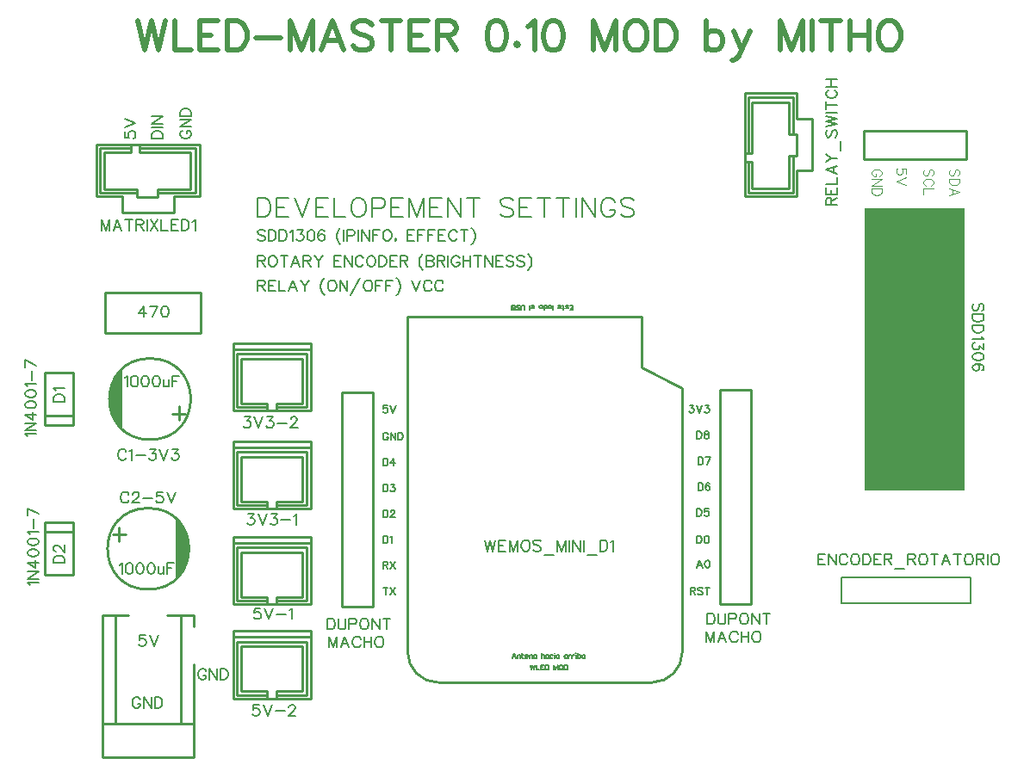
<source format=gto>
G04 Layer: TopSilkLayer*
G04 EasyEDA v6.3.53, 2020-08-15T11:31:24+02:00*
G04 Gerber Generator version 0.2*
G04 Scale: 100 percent, Rotated: No, Reflected: No *
G04 Dimensions in millimeters *
G04 leading zeros omitted , absolute positions ,3 integer and 3 decimal *
%FSLAX33Y33*%
%MOMM*%
G90*
G71D02*

%ADD10C,0.254000*%
%ADD13C,0.499999*%
%ADD27C,0.203200*%
%ADD28C,0.202999*%
%ADD29C,0.152400*%
%ADD30C,0.100000*%

%LPD*%
G54D10*
G01X31115Y11734D02*
G01X23495Y11734D01*
G01X23495Y11734D02*
G01X23495Y16814D01*
G01X31115Y16824D02*
G01X31115Y18364D01*
G01X23495Y16824D02*
G01X23495Y18364D01*
G01X27735Y12474D02*
G01X30334Y12474D01*
G01X30334Y16874D01*
G01X24295Y16874D01*
G01X24295Y12474D01*
G01X26824Y12474D01*
G01X27735Y12474D02*
G01X27735Y11774D01*
G01X26835Y12474D02*
G01X26835Y11774D01*
G01X27735Y12074D02*
G01X30735Y12074D01*
G01X30735Y16474D01*
G01X30735Y17304D01*
G01X30735Y16454D01*
G01X26824Y12074D02*
G01X23874Y12074D01*
G01X23874Y16474D01*
G01X23874Y17294D01*
G01X31115Y11734D02*
G01X31115Y16814D01*
G01X31115Y18364D02*
G01X23495Y18364D01*
G01X30735Y17304D02*
G01X23885Y17304D01*
G01X31117Y17804D02*
G01X23497Y17804D01*
G01X31115Y2463D02*
G01X23495Y2463D01*
G01X23495Y2463D02*
G01X23495Y7543D01*
G01X31115Y7553D02*
G01X31115Y9093D01*
G01X23495Y7553D02*
G01X23495Y9093D01*
G01X27735Y3203D02*
G01X30334Y3203D01*
G01X30334Y7603D01*
G01X24295Y7603D01*
G01X24295Y3203D01*
G01X26824Y3203D01*
G01X27735Y3203D02*
G01X27735Y2503D01*
G01X26835Y3203D02*
G01X26835Y2503D01*
G01X27735Y2803D02*
G01X30735Y2803D01*
G01X30735Y7203D01*
G01X30735Y8033D01*
G01X30735Y7183D01*
G01X26824Y2803D02*
G01X23874Y2803D01*
G01X23874Y7203D01*
G01X23874Y8023D01*
G01X31115Y2463D02*
G01X31115Y7543D01*
G01X31115Y9093D02*
G01X23495Y9093D01*
G01X30735Y8033D02*
G01X23885Y8033D01*
G01X31117Y8533D02*
G01X23497Y8533D01*
G01X31115Y21132D02*
G01X23495Y21132D01*
G01X23495Y21132D02*
G01X23495Y26212D01*
G01X31115Y26222D02*
G01X31115Y27762D01*
G01X23495Y26222D02*
G01X23495Y27762D01*
G01X27735Y21872D02*
G01X30334Y21872D01*
G01X30334Y26272D01*
G01X24295Y26272D01*
G01X24295Y21872D01*
G01X26824Y21872D01*
G01X27735Y21872D02*
G01X27735Y21172D01*
G01X26835Y21872D02*
G01X26835Y21172D01*
G01X27735Y21472D02*
G01X30735Y21472D01*
G01X30735Y25872D01*
G01X30735Y26702D01*
G01X30735Y25852D01*
G01X26824Y21472D02*
G01X23874Y21472D01*
G01X23874Y25872D01*
G01X23874Y26692D01*
G01X31115Y21132D02*
G01X31115Y26212D01*
G01X31115Y27762D02*
G01X23495Y27762D01*
G01X30735Y26702D02*
G01X23885Y26702D01*
G01X31117Y27202D02*
G01X23497Y27202D01*
G01X31115Y30784D02*
G01X23495Y30784D01*
G01X23495Y30784D02*
G01X23495Y35864D01*
G01X31115Y35874D02*
G01X31115Y37414D01*
G01X23495Y35874D02*
G01X23495Y37414D01*
G01X27735Y31524D02*
G01X30334Y31524D01*
G01X30334Y35924D01*
G01X24295Y35924D01*
G01X24295Y31524D01*
G01X26824Y31524D01*
G01X27735Y31524D02*
G01X27735Y30824D01*
G01X26835Y31524D02*
G01X26835Y30824D01*
G01X27735Y31124D02*
G01X30735Y31124D01*
G01X30735Y35524D01*
G01X30735Y36354D01*
G01X30735Y35504D01*
G01X26824Y31124D02*
G01X23874Y31124D01*
G01X23874Y35524D01*
G01X23874Y36344D01*
G01X31115Y30784D02*
G01X31115Y35864D01*
G01X31115Y37414D02*
G01X23495Y37414D01*
G01X30735Y36354D02*
G01X23885Y36354D01*
G01X31117Y36854D02*
G01X23497Y36854D01*
G01X19625Y-3315D02*
G01X10625Y-3315D01*
G01X10625Y-3315D02*
G01X10625Y10684D01*
G01X19625Y-15D02*
G01X10625Y-15D01*
G01X18325Y64D02*
G01X18325Y10684D01*
G01X11926Y64D02*
G01X11926Y10684D01*
G01X10625Y10684D02*
G01X13217Y10684D01*
G01X17033Y10684D02*
G01X19625Y10684D01*
G01X19625Y-3315D02*
G01X19625Y5800D01*
G01X19625Y9568D02*
G01X19625Y10684D01*
G01X34163Y32562D02*
G01X37211Y32562D01*
G01X37211Y11480D01*
G01X34163Y11480D01*
G01X34163Y32562D01*
G01X74422Y11734D02*
G01X71374Y11734D01*
G01X71374Y32816D01*
G01X74422Y32816D01*
G01X74422Y11734D01*
G01X95567Y58343D02*
G01X95567Y55549D01*
G01X85471Y55549D01*
G01X85471Y58343D01*
G01X95567Y58343D01*
G01X4950Y29327D02*
G01X4950Y34527D01*
G01X4950Y34527D02*
G01X7749Y34527D01*
G01X7749Y29327D02*
G01X7749Y34527D01*
G01X4950Y29327D02*
G01X7749Y29327D01*
G01X4950Y30287D02*
G01X7749Y30287D01*
G01X7749Y19795D02*
G01X7749Y14595D01*
G01X7749Y14595D02*
G01X4950Y14595D01*
G01X4950Y19795D02*
G01X4950Y14595D01*
G01X7749Y19795D02*
G01X4950Y19795D01*
G01X7749Y18836D02*
G01X4950Y18836D01*
G54D27*
G01X85217Y14401D02*
G01X83312Y14401D01*
G01X83312Y11861D01*
G01X96012Y11861D01*
G01X96012Y14401D01*
G54D28*
G01X96012Y14401D02*
G01X85217Y14401D01*
G54D10*
G01X18183Y31191D02*
G01X18183Y29845D01*
G01X17548Y30505D02*
G01X18793Y30505D01*
G01X12296Y17932D02*
G01X12296Y19278D01*
G01X12931Y18618D02*
G01X11686Y18618D01*
G01X67665Y7035D02*
G01X67665Y33045D01*
G01X63652Y35026D01*
G01X63652Y40030D01*
G01X40665Y40030D01*
G01X40665Y7035D01*
G01X43662Y4038D02*
G01X64668Y4038D01*
G01X20321Y38436D02*
G01X10920Y38436D01*
G01X10920Y42436D01*
G01X20321Y42436D01*
G01X20321Y38436D01*
G01X14312Y56606D02*
G01X19813Y56606D01*
G01X19813Y52206D01*
G01X16112Y52206D01*
G01X13412Y56606D02*
G01X10412Y56606D01*
G01X10412Y52206D01*
G01X14012Y52206D01*
G01X14312Y56206D02*
G01X14312Y56906D01*
G01X13412Y56206D02*
G01X13412Y56906D01*
G01X13412Y56206D02*
G01X10813Y56206D01*
G01X10813Y52606D01*
G01X14012Y52606D01*
G01X14012Y51806D01*
G01X16112Y51806D01*
G01X16112Y52606D01*
G01X19312Y52606D01*
G01X19312Y56206D01*
G01X14312Y56206D01*
G01X17653Y51866D02*
G01X20152Y51866D01*
G01X10033Y56946D02*
G01X10033Y51866D01*
G01X12573Y51866D01*
G01X12572Y50316D02*
G01X17653Y50316D01*
G01X17653Y51866D02*
G01X17653Y50326D01*
G01X12573Y51866D02*
G01X12573Y50326D01*
G01X20193Y56946D02*
G01X20193Y51866D01*
G01X10033Y56946D02*
G01X20193Y56946D01*
G01X74127Y56146D02*
G01X74127Y61646D01*
G01X78526Y61646D01*
G01X78526Y57946D01*
G01X74127Y55246D02*
G01X74127Y52246D01*
G01X78526Y52246D01*
G01X78526Y55846D01*
G01X74527Y56146D02*
G01X73827Y56146D01*
G01X74526Y55246D02*
G01X73826Y55246D01*
G01X74526Y55246D02*
G01X74526Y52646D01*
G01X78127Y52646D01*
G01X78127Y55846D01*
G01X78926Y55846D01*
G01X78926Y57946D01*
G01X78127Y57946D01*
G01X78127Y61146D01*
G01X74526Y61146D01*
G01X74526Y56146D01*
G01X78867Y59486D02*
G01X78867Y61986D01*
G01X73787Y51866D02*
G01X78867Y51866D01*
G01X78867Y54406D01*
G01X80416Y54406D02*
G01X80416Y59486D01*
G01X78867Y59486D02*
G01X80407Y59486D01*
G01X78867Y54406D02*
G01X80407Y54406D01*
G01X73787Y62026D02*
G01X78867Y62026D01*
G01X73787Y51866D02*
G01X73787Y62026D01*
G54D29*
G01X14846Y8696D02*
G01X14328Y8696D01*
G01X14274Y8229D01*
G01X14328Y8280D01*
G01X14483Y8333D01*
G01X14640Y8333D01*
G01X14795Y8280D01*
G01X14899Y8178D01*
G01X14950Y8021D01*
G01X14950Y7917D01*
G01X14899Y7762D01*
G01X14795Y7658D01*
G01X14640Y7607D01*
G01X14483Y7607D01*
G01X14328Y7658D01*
G01X14274Y7708D01*
G01X14224Y7813D01*
G01X15293Y8696D02*
G01X15709Y7607D01*
G01X16126Y8696D02*
G01X15709Y7607D01*
G01X20845Y5135D02*
G01X20792Y5240D01*
G01X20688Y5344D01*
G01X20586Y5394D01*
G01X20378Y5394D01*
G01X20274Y5344D01*
G01X20170Y5240D01*
G01X20116Y5135D01*
G01X20066Y4978D01*
G01X20066Y4719D01*
G01X20116Y4564D01*
G01X20170Y4460D01*
G01X20274Y4356D01*
G01X20378Y4305D01*
G01X20586Y4305D01*
G01X20688Y4356D01*
G01X20792Y4460D01*
G01X20845Y4564D01*
G01X20845Y4719D01*
G01X20586Y4719D02*
G01X20845Y4719D01*
G01X21188Y5394D02*
G01X21188Y4305D01*
G01X21188Y5394D02*
G01X21915Y4305D01*
G01X21915Y5394D02*
G01X21915Y4305D01*
G01X22258Y5394D02*
G01X22258Y4305D01*
G01X22258Y5394D02*
G01X22621Y5394D01*
G01X22778Y5344D01*
G01X22882Y5240D01*
G01X22933Y5135D01*
G01X22987Y4978D01*
G01X22987Y4719D01*
G01X22933Y4564D01*
G01X22882Y4460D01*
G01X22778Y4356D01*
G01X22621Y4305D01*
G01X22258Y4305D01*
G01X69977Y9077D02*
G01X69977Y7988D01*
G01X69977Y9077D02*
G01X70393Y7988D01*
G01X70807Y9077D02*
G01X70393Y7988D01*
G01X70807Y9077D02*
G01X70807Y7988D01*
G01X71567Y9077D02*
G01X71150Y7988D01*
G01X71567Y9077D02*
G01X71983Y7988D01*
G01X71307Y8351D02*
G01X71826Y8351D01*
G01X73103Y8818D02*
G01X73052Y8923D01*
G01X72948Y9027D01*
G01X72844Y9077D01*
G01X72636Y9077D01*
G01X72532Y9027D01*
G01X72428Y8923D01*
G01X72377Y8818D01*
G01X72326Y8661D01*
G01X72326Y8402D01*
G01X72377Y8247D01*
G01X72428Y8143D01*
G01X72532Y8039D01*
G01X72636Y7988D01*
G01X72844Y7988D01*
G01X72948Y8039D01*
G01X73052Y8143D01*
G01X73103Y8247D01*
G01X73446Y9077D02*
G01X73446Y7988D01*
G01X74175Y9077D02*
G01X74175Y7988D01*
G01X73446Y8559D02*
G01X74175Y8559D01*
G01X74828Y9077D02*
G01X74726Y9027D01*
G01X74622Y8923D01*
G01X74569Y8818D01*
G01X74518Y8661D01*
G01X74518Y8402D01*
G01X74569Y8247D01*
G01X74622Y8143D01*
G01X74726Y8039D01*
G01X74828Y7988D01*
G01X75036Y7988D01*
G01X75140Y8039D01*
G01X75244Y8143D01*
G01X75298Y8247D01*
G01X75349Y8402D01*
G01X75349Y8661D01*
G01X75298Y8818D01*
G01X75244Y8923D01*
G01X75140Y9027D01*
G01X75036Y9077D01*
G01X74828Y9077D01*
G01X32766Y10347D02*
G01X32766Y9258D01*
G01X32766Y10347D02*
G01X33129Y10347D01*
G01X33286Y10297D01*
G01X33388Y10193D01*
G01X33441Y10088D01*
G01X33492Y9931D01*
G01X33492Y9672D01*
G01X33441Y9517D01*
G01X33388Y9413D01*
G01X33286Y9309D01*
G01X33129Y9258D01*
G01X32766Y9258D01*
G01X33835Y10347D02*
G01X33835Y9568D01*
G01X33888Y9413D01*
G01X33992Y9309D01*
G01X34147Y9258D01*
G01X34251Y9258D01*
G01X34406Y9309D01*
G01X34510Y9413D01*
G01X34564Y9568D01*
G01X34564Y10347D01*
G01X34907Y10347D02*
G01X34907Y9258D01*
G01X34907Y10347D02*
G01X35374Y10347D01*
G01X35529Y10297D01*
G01X35582Y10243D01*
G01X35633Y10139D01*
G01X35633Y9984D01*
G01X35582Y9880D01*
G01X35529Y9829D01*
G01X35374Y9776D01*
G01X34907Y9776D01*
G01X36288Y10347D02*
G01X36184Y10297D01*
G01X36080Y10193D01*
G01X36029Y10088D01*
G01X35976Y9931D01*
G01X35976Y9672D01*
G01X36029Y9517D01*
G01X36080Y9413D01*
G01X36184Y9309D01*
G01X36288Y9258D01*
G01X36497Y9258D01*
G01X36601Y9309D01*
G01X36703Y9413D01*
G01X36756Y9517D01*
G01X36807Y9672D01*
G01X36807Y9931D01*
G01X36756Y10088D01*
G01X36703Y10193D01*
G01X36601Y10297D01*
G01X36497Y10347D01*
G01X36288Y10347D01*
G01X37150Y10347D02*
G01X37150Y9258D01*
G01X37150Y10347D02*
G01X37879Y9258D01*
G01X37879Y10347D02*
G01X37879Y9258D01*
G01X38585Y10347D02*
G01X38585Y9258D01*
G01X38221Y10347D02*
G01X38948Y10347D01*
G01X32893Y8569D02*
G01X32893Y7480D01*
G01X32893Y8569D02*
G01X33309Y7480D01*
G01X33723Y8569D02*
G01X33309Y7480D01*
G01X33723Y8569D02*
G01X33723Y7480D01*
G01X34483Y8569D02*
G01X34066Y7480D01*
G01X34483Y8569D02*
G01X34899Y7480D01*
G01X34223Y7843D02*
G01X34742Y7843D01*
G01X36019Y8310D02*
G01X35968Y8415D01*
G01X35864Y8519D01*
G01X35760Y8569D01*
G01X35552Y8569D01*
G01X35448Y8519D01*
G01X35344Y8415D01*
G01X35293Y8310D01*
G01X35242Y8153D01*
G01X35242Y7894D01*
G01X35293Y7739D01*
G01X35344Y7635D01*
G01X35448Y7531D01*
G01X35552Y7480D01*
G01X35760Y7480D01*
G01X35864Y7531D01*
G01X35968Y7635D01*
G01X36019Y7739D01*
G01X36362Y8569D02*
G01X36362Y7480D01*
G01X37091Y8569D02*
G01X37091Y7480D01*
G01X36362Y8051D02*
G01X37091Y8051D01*
G01X37744Y8569D02*
G01X37642Y8519D01*
G01X37538Y8415D01*
G01X37485Y8310D01*
G01X37434Y8153D01*
G01X37434Y7894D01*
G01X37485Y7739D01*
G01X37538Y7635D01*
G01X37642Y7531D01*
G01X37744Y7480D01*
G01X37952Y7480D01*
G01X38056Y7531D01*
G01X38160Y7635D01*
G01X38214Y7739D01*
G01X38265Y7894D01*
G01X38265Y8153D01*
G01X38214Y8310D01*
G01X38160Y8415D01*
G01X38056Y8519D01*
G01X37952Y8569D01*
G01X37744Y8569D01*
G01X12816Y58204D02*
G01X12816Y57685D01*
G01X13284Y57632D01*
G01X13233Y57685D01*
G01X13180Y57840D01*
G01X13180Y57998D01*
G01X13233Y58153D01*
G01X13335Y58257D01*
G01X13492Y58308D01*
G01X13596Y58308D01*
G01X13751Y58257D01*
G01X13855Y58153D01*
G01X13906Y57998D01*
G01X13906Y57840D01*
G01X13855Y57685D01*
G01X13804Y57632D01*
G01X13700Y57581D01*
G01X12816Y58651D02*
G01X13906Y59067D01*
G01X12816Y59484D02*
G01X13906Y59067D01*
G01X15483Y57581D02*
G01X16573Y57581D01*
G01X15483Y57581D02*
G01X15483Y57945D01*
G01X15534Y58102D01*
G01X15638Y58204D01*
G01X15742Y58257D01*
G01X15900Y58308D01*
G01X16159Y58308D01*
G01X16314Y58257D01*
G01X16418Y58204D01*
G01X16522Y58102D01*
G01X16573Y57945D01*
G01X16573Y57581D01*
G01X15483Y58651D02*
G01X16573Y58651D01*
G01X15483Y58994D02*
G01X16573Y58994D01*
G01X15483Y58994D02*
G01X16573Y59723D01*
G01X15483Y59723D02*
G01X16573Y59723D01*
G01X18536Y58361D02*
G01X18432Y58308D01*
G01X18328Y58204D01*
G01X18277Y58102D01*
G01X18277Y57894D01*
G01X18328Y57790D01*
G01X18432Y57685D01*
G01X18536Y57632D01*
G01X18694Y57581D01*
G01X18953Y57581D01*
G01X19108Y57632D01*
G01X19212Y57685D01*
G01X19316Y57790D01*
G01X19367Y57894D01*
G01X19367Y58102D01*
G01X19316Y58204D01*
G01X19212Y58308D01*
G01X19108Y58361D01*
G01X18953Y58361D01*
G01X18953Y58102D02*
G01X18953Y58361D01*
G01X18277Y58704D02*
G01X19367Y58704D01*
G01X18277Y58704D02*
G01X19367Y59430D01*
G01X18277Y59430D02*
G01X19367Y59430D01*
G01X18277Y59773D02*
G01X19367Y59773D01*
G01X18277Y59773D02*
G01X18277Y60137D01*
G01X18328Y60294D01*
G01X18432Y60398D01*
G01X18536Y60449D01*
G01X18694Y60502D01*
G01X18953Y60502D01*
G01X19108Y60449D01*
G01X19212Y60398D01*
G01X19316Y60294D01*
G01X19367Y60137D01*
G01X19367Y59773D01*
G54D13*
G01X14097Y69118D02*
G01X14777Y66253D01*
G01X15460Y69118D02*
G01X14777Y66253D01*
G01X15460Y69118D02*
G01X16141Y66253D01*
G01X16824Y69118D02*
G01X16141Y66253D01*
G01X17724Y69118D02*
G01X17724Y66253D01*
G01X17724Y66253D02*
G01X19359Y66253D01*
G01X20261Y69118D02*
G01X20261Y66253D01*
G01X20261Y69118D02*
G01X22034Y69118D01*
G01X20261Y67754D02*
G01X21351Y67754D01*
G01X20261Y66253D02*
G01X22034Y66253D01*
G01X22933Y69118D02*
G01X22933Y66253D01*
G01X22933Y69118D02*
G01X23888Y69118D01*
G01X24297Y68981D01*
G01X24569Y68709D01*
G01X24706Y68435D01*
G01X24841Y68026D01*
G01X24841Y67345D01*
G01X24706Y66936D01*
G01X24569Y66662D01*
G01X24297Y66390D01*
G01X23888Y66253D01*
G01X22933Y66253D01*
G01X25742Y67482D02*
G01X28196Y67482D01*
G01X29098Y69118D02*
G01X29098Y66253D01*
G01X29098Y69118D02*
G01X30187Y66253D01*
G01X31277Y69118D02*
G01X30187Y66253D01*
G01X31277Y69118D02*
G01X31277Y66253D01*
G01X33268Y69118D02*
G01X32179Y66253D01*
G01X33268Y69118D02*
G01X34361Y66253D01*
G01X32588Y67208D02*
G01X33952Y67208D01*
G01X37170Y68709D02*
G01X36896Y68981D01*
G01X36487Y69118D01*
G01X35943Y69118D01*
G01X35534Y68981D01*
G01X35260Y68709D01*
G01X35260Y68435D01*
G01X35397Y68163D01*
G01X35534Y68026D01*
G01X35806Y67891D01*
G01X36624Y67617D01*
G01X36896Y67482D01*
G01X37033Y67345D01*
G01X37170Y67073D01*
G01X37170Y66662D01*
G01X36896Y66390D01*
G01X36487Y66253D01*
G01X35943Y66253D01*
G01X35534Y66390D01*
G01X35260Y66662D01*
G01X39024Y69118D02*
G01X39024Y66253D01*
G01X38069Y69118D02*
G01X39979Y69118D01*
G01X40878Y69118D02*
G01X40878Y66253D01*
G01X40878Y69118D02*
G01X42651Y69118D01*
G01X40878Y67754D02*
G01X41970Y67754D01*
G01X40878Y66253D02*
G01X42651Y66253D01*
G01X43550Y69118D02*
G01X43550Y66253D01*
G01X43550Y69118D02*
G01X44777Y69118D01*
G01X45189Y68981D01*
G01X45323Y68844D01*
G01X45460Y68572D01*
G01X45460Y68300D01*
G01X45323Y68026D01*
G01X45189Y67891D01*
G01X44777Y67754D01*
G01X43550Y67754D01*
G01X44505Y67754D02*
G01X45460Y66253D01*
G01X49278Y69118D02*
G01X48869Y68981D01*
G01X48597Y68572D01*
G01X48460Y67891D01*
G01X48460Y67482D01*
G01X48597Y66799D01*
G01X48869Y66390D01*
G01X49278Y66253D01*
G01X49550Y66253D01*
G01X49961Y66390D01*
G01X50233Y66799D01*
G01X50370Y67482D01*
G01X50370Y67891D01*
G01X50233Y68572D01*
G01X49961Y68981D01*
G01X49550Y69118D01*
G01X49278Y69118D01*
G01X51407Y66936D02*
G01X51269Y66799D01*
G01X51407Y66662D01*
G01X51541Y66799D01*
G01X51407Y66936D01*
G01X52443Y68572D02*
G01X52715Y68709D01*
G01X53124Y69118D01*
G01X53124Y66253D01*
G01X54843Y69118D02*
G01X54432Y68981D01*
G01X54160Y68572D01*
G01X54023Y67891D01*
G01X54023Y67482D01*
G01X54160Y66799D01*
G01X54432Y66390D01*
G01X54843Y66253D01*
G01X55115Y66253D01*
G01X55524Y66390D01*
G01X55796Y66799D01*
G01X55933Y67482D01*
G01X55933Y67891D01*
G01X55796Y68572D01*
G01X55524Y68981D01*
G01X55115Y69118D01*
G01X54843Y69118D01*
G01X58933Y69118D02*
G01X58933Y66253D01*
G01X58933Y69118D02*
G01X60025Y66253D01*
G01X61114Y69118D02*
G01X60025Y66253D01*
G01X61114Y69118D02*
G01X61114Y66253D01*
G01X62834Y69118D02*
G01X62560Y68981D01*
G01X62288Y68709D01*
G01X62151Y68435D01*
G01X62014Y68026D01*
G01X62014Y67345D01*
G01X62151Y66936D01*
G01X62288Y66662D01*
G01X62560Y66390D01*
G01X62834Y66253D01*
G01X63378Y66253D01*
G01X63652Y66390D01*
G01X63924Y66662D01*
G01X64061Y66936D01*
G01X64195Y67345D01*
G01X64195Y68026D01*
G01X64061Y68435D01*
G01X63924Y68709D01*
G01X63652Y68981D01*
G01X63378Y69118D01*
G01X62834Y69118D01*
G01X65097Y69118D02*
G01X65097Y66253D01*
G01X65097Y69118D02*
G01X66052Y69118D01*
G01X66461Y68981D01*
G01X66733Y68709D01*
G01X66870Y68435D01*
G01X67005Y68026D01*
G01X67005Y67345D01*
G01X66870Y66936D01*
G01X66733Y66662D01*
G01X66461Y66390D01*
G01X66052Y66253D01*
G01X65097Y66253D01*
G01X70004Y69118D02*
G01X70004Y66253D01*
G01X70004Y67754D02*
G01X70279Y68026D01*
G01X70551Y68163D01*
G01X70959Y68163D01*
G01X71234Y68026D01*
G01X71506Y67754D01*
G01X71643Y67345D01*
G01X71643Y67073D01*
G01X71506Y66662D01*
G01X71234Y66390D01*
G01X70959Y66253D01*
G01X70551Y66253D01*
G01X70279Y66390D01*
G01X70004Y66662D01*
G01X72679Y68163D02*
G01X73497Y66253D01*
G01X74315Y68163D02*
G01X73497Y66253D01*
G01X73223Y65709D01*
G01X72951Y65435D01*
G01X72679Y65300D01*
G01X72542Y65300D01*
G01X77315Y69118D02*
G01X77315Y66253D01*
G01X77315Y69118D02*
G01X78407Y66253D01*
G01X79496Y69118D02*
G01X78407Y66253D01*
G01X79496Y69118D02*
G01X79496Y66253D01*
G01X80396Y69118D02*
G01X80396Y66253D01*
G01X82250Y69118D02*
G01X82250Y66253D01*
G01X81297Y69118D02*
G01X83205Y69118D01*
G01X84107Y69118D02*
G01X84107Y66253D01*
G01X86014Y69118D02*
G01X86014Y66253D01*
G01X84107Y67754D02*
G01X86014Y67754D01*
G01X87734Y69118D02*
G01X87459Y68981D01*
G01X87188Y68709D01*
G01X87050Y68435D01*
G01X86916Y68026D01*
G01X86916Y67345D01*
G01X87050Y66936D01*
G01X87188Y66662D01*
G01X87459Y66390D01*
G01X87734Y66253D01*
G01X88277Y66253D01*
G01X88552Y66390D01*
G01X88823Y66662D01*
G01X88960Y66936D01*
G01X89098Y67345D01*
G01X89098Y68026D01*
G01X88960Y68435D01*
G01X88823Y68709D01*
G01X88552Y68981D01*
G01X88277Y69118D01*
G01X87734Y69118D01*
G54D29*
G01X26634Y48420D02*
G01X26530Y48524D01*
G01X26375Y48574D01*
G01X26167Y48574D01*
G01X26012Y48524D01*
G01X25908Y48420D01*
G01X25908Y48315D01*
G01X25958Y48211D01*
G01X26012Y48158D01*
G01X26116Y48107D01*
G01X26428Y48003D01*
G01X26530Y47952D01*
G01X26583Y47899D01*
G01X26634Y47795D01*
G01X26634Y47640D01*
G01X26530Y47536D01*
G01X26375Y47485D01*
G01X26167Y47485D01*
G01X26012Y47536D01*
G01X25908Y47640D01*
G01X26977Y48574D02*
G01X26977Y47485D01*
G01X26977Y48574D02*
G01X27343Y48574D01*
G01X27498Y48524D01*
G01X27602Y48420D01*
G01X27652Y48315D01*
G01X27706Y48158D01*
G01X27706Y47899D01*
G01X27652Y47744D01*
G01X27602Y47640D01*
G01X27498Y47536D01*
G01X27343Y47485D01*
G01X26977Y47485D01*
G01X28049Y48574D02*
G01X28049Y47485D01*
G01X28049Y48574D02*
G01X28412Y48574D01*
G01X28567Y48524D01*
G01X28671Y48420D01*
G01X28724Y48315D01*
G01X28775Y48158D01*
G01X28775Y47899D01*
G01X28724Y47744D01*
G01X28671Y47640D01*
G01X28567Y47536D01*
G01X28412Y47485D01*
G01X28049Y47485D01*
G01X29118Y48366D02*
G01X29222Y48420D01*
G01X29377Y48574D01*
G01X29377Y47485D01*
G01X29824Y48574D02*
G01X30396Y48574D01*
G01X30086Y48158D01*
G01X30241Y48158D01*
G01X30345Y48107D01*
G01X30396Y48056D01*
G01X30449Y47899D01*
G01X30449Y47795D01*
G01X30396Y47640D01*
G01X30292Y47536D01*
G01X30137Y47485D01*
G01X29982Y47485D01*
G01X29824Y47536D01*
G01X29773Y47586D01*
G01X29720Y47691D01*
G01X31102Y48574D02*
G01X30947Y48524D01*
G01X30843Y48366D01*
G01X30792Y48107D01*
G01X30792Y47952D01*
G01X30843Y47691D01*
G01X30947Y47536D01*
G01X31102Y47485D01*
G01X31206Y47485D01*
G01X31363Y47536D01*
G01X31468Y47691D01*
G01X31518Y47952D01*
G01X31518Y48107D01*
G01X31468Y48366D01*
G01X31363Y48524D01*
G01X31206Y48574D01*
G01X31102Y48574D01*
G01X32486Y48420D02*
G01X32433Y48524D01*
G01X32278Y48574D01*
G01X32174Y48574D01*
G01X32016Y48524D01*
G01X31915Y48366D01*
G01X31861Y48107D01*
G01X31861Y47848D01*
G01X31915Y47640D01*
G01X32016Y47536D01*
G01X32174Y47485D01*
G01X32224Y47485D01*
G01X32382Y47536D01*
G01X32486Y47640D01*
G01X32537Y47795D01*
G01X32537Y47848D01*
G01X32486Y48003D01*
G01X32382Y48107D01*
G01X32224Y48158D01*
G01X32174Y48158D01*
G01X32016Y48107D01*
G01X31915Y48003D01*
G01X31861Y47848D01*
G01X34043Y48783D02*
G01X33939Y48679D01*
G01X33835Y48524D01*
G01X33731Y48315D01*
G01X33680Y48056D01*
G01X33680Y47848D01*
G01X33731Y47586D01*
G01X33835Y47381D01*
G01X33939Y47223D01*
G01X34043Y47119D01*
G01X34386Y48574D02*
G01X34386Y47485D01*
G01X34729Y48574D02*
G01X34729Y47485D01*
G01X34729Y48574D02*
G01X35196Y48574D01*
G01X35354Y48524D01*
G01X35405Y48470D01*
G01X35458Y48366D01*
G01X35458Y48211D01*
G01X35405Y48107D01*
G01X35354Y48056D01*
G01X35196Y48003D01*
G01X34729Y48003D01*
G01X35801Y48574D02*
G01X35801Y47485D01*
G01X36144Y48574D02*
G01X36144Y47485D01*
G01X36144Y48574D02*
G01X36870Y47485D01*
G01X36870Y48574D02*
G01X36870Y47485D01*
G01X37213Y48574D02*
G01X37213Y47485D01*
G01X37213Y48574D02*
G01X37889Y48574D01*
G01X37213Y48056D02*
G01X37630Y48056D01*
G01X38544Y48574D02*
G01X38440Y48524D01*
G01X38336Y48420D01*
G01X38282Y48315D01*
G01X38232Y48158D01*
G01X38232Y47899D01*
G01X38282Y47744D01*
G01X38336Y47640D01*
G01X38440Y47536D01*
G01X38544Y47485D01*
G01X38750Y47485D01*
G01X38854Y47536D01*
G01X38958Y47640D01*
G01X39011Y47744D01*
G01X39062Y47899D01*
G01X39062Y48158D01*
G01X39011Y48315D01*
G01X38958Y48420D01*
G01X38854Y48524D01*
G01X38750Y48574D01*
G01X38544Y48574D01*
G01X39509Y47691D02*
G01X39458Y47640D01*
G01X39405Y47691D01*
G01X39458Y47744D01*
G01X39509Y47691D01*
G01X39509Y47586D01*
G01X39405Y47485D01*
G01X40652Y48574D02*
G01X40652Y47485D01*
G01X40652Y48574D02*
G01X41328Y48574D01*
G01X40652Y48056D02*
G01X41069Y48056D01*
G01X40652Y47485D02*
G01X41328Y47485D01*
G01X41671Y48574D02*
G01X41671Y47485D01*
G01X41671Y48574D02*
G01X42346Y48574D01*
G01X41671Y48056D02*
G01X42087Y48056D01*
G01X42689Y48574D02*
G01X42689Y47485D01*
G01X42689Y48574D02*
G01X43365Y48574D01*
G01X42689Y48056D02*
G01X43103Y48056D01*
G01X43708Y48574D02*
G01X43708Y47485D01*
G01X43708Y48574D02*
G01X44383Y48574D01*
G01X43708Y48056D02*
G01X44122Y48056D01*
G01X43708Y47485D02*
G01X44383Y47485D01*
G01X45504Y48315D02*
G01X45453Y48420D01*
G01X45349Y48524D01*
G01X45245Y48574D01*
G01X45036Y48574D01*
G01X44932Y48524D01*
G01X44831Y48420D01*
G01X44777Y48315D01*
G01X44726Y48158D01*
G01X44726Y47899D01*
G01X44777Y47744D01*
G01X44831Y47640D01*
G01X44932Y47536D01*
G01X45036Y47485D01*
G01X45245Y47485D01*
G01X45349Y47536D01*
G01X45453Y47640D01*
G01X45504Y47744D01*
G01X46212Y48574D02*
G01X46212Y47485D01*
G01X45847Y48574D02*
G01X46575Y48574D01*
G01X46918Y48783D02*
G01X47023Y48679D01*
G01X47127Y48524D01*
G01X47231Y48315D01*
G01X47282Y48056D01*
G01X47282Y47848D01*
G01X47231Y47586D01*
G01X47127Y47381D01*
G01X47023Y47223D01*
G01X46918Y47119D01*
G01X25908Y46034D02*
G01X25908Y44945D01*
G01X25908Y46034D02*
G01X26375Y46034D01*
G01X26530Y45984D01*
G01X26583Y45930D01*
G01X26634Y45826D01*
G01X26634Y45722D01*
G01X26583Y45618D01*
G01X26530Y45567D01*
G01X26375Y45516D01*
G01X25908Y45516D01*
G01X26271Y45516D02*
G01X26634Y44945D01*
G01X27289Y46034D02*
G01X27185Y45984D01*
G01X27081Y45880D01*
G01X27030Y45775D01*
G01X26977Y45618D01*
G01X26977Y45359D01*
G01X27030Y45204D01*
G01X27081Y45100D01*
G01X27185Y44996D01*
G01X27289Y44945D01*
G01X27498Y44945D01*
G01X27602Y44996D01*
G01X27706Y45100D01*
G01X27757Y45204D01*
G01X27810Y45359D01*
G01X27810Y45618D01*
G01X27757Y45775D01*
G01X27706Y45880D01*
G01X27602Y45984D01*
G01X27498Y46034D01*
G01X27289Y46034D01*
G01X28516Y46034D02*
G01X28516Y44945D01*
G01X28153Y46034D02*
G01X28879Y46034D01*
G01X29639Y46034D02*
G01X29222Y44945D01*
G01X29639Y46034D02*
G01X30053Y44945D01*
G01X29377Y45308D02*
G01X29898Y45308D01*
G01X30396Y46034D02*
G01X30396Y44945D01*
G01X30396Y46034D02*
G01X30863Y46034D01*
G01X31021Y45984D01*
G01X31071Y45930D01*
G01X31125Y45826D01*
G01X31125Y45722D01*
G01X31071Y45618D01*
G01X31021Y45567D01*
G01X30863Y45516D01*
G01X30396Y45516D01*
G01X30759Y45516D02*
G01X31125Y44945D01*
G01X31468Y46034D02*
G01X31882Y45516D01*
G01X31882Y44945D01*
G01X32298Y46034D02*
G01X31882Y45516D01*
G01X33441Y46034D02*
G01X33441Y44945D01*
G01X33441Y46034D02*
G01X34117Y46034D01*
G01X33441Y45516D02*
G01X33858Y45516D01*
G01X33441Y44945D02*
G01X34117Y44945D01*
G01X34460Y46034D02*
G01X34460Y44945D01*
G01X34460Y46034D02*
G01X35186Y44945D01*
G01X35186Y46034D02*
G01X35186Y44945D01*
G01X36309Y45775D02*
G01X36258Y45880D01*
G01X36154Y45984D01*
G01X36050Y46034D01*
G01X35841Y46034D01*
G01X35737Y45984D01*
G01X35633Y45880D01*
G01X35582Y45775D01*
G01X35529Y45618D01*
G01X35529Y45359D01*
G01X35582Y45204D01*
G01X35633Y45100D01*
G01X35737Y44996D01*
G01X35841Y44945D01*
G01X36050Y44945D01*
G01X36154Y44996D01*
G01X36258Y45100D01*
G01X36309Y45204D01*
G01X36964Y46034D02*
G01X36860Y45984D01*
G01X36756Y45880D01*
G01X36703Y45775D01*
G01X36652Y45618D01*
G01X36652Y45359D01*
G01X36703Y45204D01*
G01X36756Y45100D01*
G01X36860Y44996D01*
G01X36964Y44945D01*
G01X37172Y44945D01*
G01X37274Y44996D01*
G01X37378Y45100D01*
G01X37431Y45204D01*
G01X37482Y45359D01*
G01X37482Y45618D01*
G01X37431Y45775D01*
G01X37378Y45880D01*
G01X37274Y45984D01*
G01X37172Y46034D01*
G01X36964Y46034D01*
G01X37825Y46034D02*
G01X37825Y44945D01*
G01X37825Y46034D02*
G01X38188Y46034D01*
G01X38346Y45984D01*
G01X38450Y45880D01*
G01X38501Y45775D01*
G01X38554Y45618D01*
G01X38554Y45359D01*
G01X38501Y45204D01*
G01X38450Y45100D01*
G01X38346Y44996D01*
G01X38188Y44945D01*
G01X37825Y44945D01*
G01X38897Y46034D02*
G01X38897Y44945D01*
G01X38897Y46034D02*
G01X39573Y46034D01*
G01X38897Y45516D02*
G01X39311Y45516D01*
G01X38897Y44945D02*
G01X39573Y44945D01*
G01X39916Y46034D02*
G01X39916Y44945D01*
G01X39916Y46034D02*
G01X40383Y46034D01*
G01X40538Y45984D01*
G01X40589Y45930D01*
G01X40642Y45826D01*
G01X40642Y45722D01*
G01X40589Y45618D01*
G01X40538Y45567D01*
G01X40383Y45516D01*
G01X39916Y45516D01*
G01X40279Y45516D02*
G01X40642Y44945D01*
G01X42148Y46243D02*
G01X42044Y46139D01*
G01X41940Y45984D01*
G01X41836Y45775D01*
G01X41785Y45516D01*
G01X41785Y45308D01*
G01X41836Y45046D01*
G01X41940Y44841D01*
G01X42044Y44683D01*
G01X42148Y44579D01*
G01X42491Y46034D02*
G01X42491Y44945D01*
G01X42491Y46034D02*
G01X42959Y46034D01*
G01X43116Y45984D01*
G01X43167Y45930D01*
G01X43218Y45826D01*
G01X43218Y45722D01*
G01X43167Y45618D01*
G01X43116Y45567D01*
G01X42959Y45516D01*
G01X42491Y45516D02*
G01X42959Y45516D01*
G01X43116Y45463D01*
G01X43167Y45412D01*
G01X43218Y45308D01*
G01X43218Y45151D01*
G01X43167Y45046D01*
G01X43116Y44996D01*
G01X42959Y44945D01*
G01X42491Y44945D01*
G01X43561Y46034D02*
G01X43561Y44945D01*
G01X43561Y46034D02*
G01X44030Y46034D01*
G01X44185Y45984D01*
G01X44236Y45930D01*
G01X44289Y45826D01*
G01X44289Y45722D01*
G01X44236Y45618D01*
G01X44185Y45567D01*
G01X44030Y45516D01*
G01X43561Y45516D01*
G01X43926Y45516D02*
G01X44289Y44945D01*
G01X44632Y46034D02*
G01X44632Y44945D01*
G01X45755Y45775D02*
G01X45702Y45880D01*
G01X45598Y45984D01*
G01X45493Y46034D01*
G01X45288Y46034D01*
G01X45184Y45984D01*
G01X45079Y45880D01*
G01X45026Y45775D01*
G01X44975Y45618D01*
G01X44975Y45359D01*
G01X45026Y45204D01*
G01X45079Y45100D01*
G01X45184Y44996D01*
G01X45288Y44945D01*
G01X45493Y44945D01*
G01X45598Y44996D01*
G01X45702Y45100D01*
G01X45755Y45204D01*
G01X45755Y45359D01*
G01X45493Y45359D02*
G01X45755Y45359D01*
G01X46098Y46034D02*
G01X46098Y44945D01*
G01X46824Y46034D02*
G01X46824Y44945D01*
G01X46098Y45516D02*
G01X46824Y45516D01*
G01X47531Y46034D02*
G01X47531Y44945D01*
G01X47167Y46034D02*
G01X47894Y46034D01*
G01X48237Y46034D02*
G01X48237Y44945D01*
G01X48237Y46034D02*
G01X48966Y44945D01*
G01X48966Y46034D02*
G01X48966Y44945D01*
G01X49309Y46034D02*
G01X49309Y44945D01*
G01X49309Y46034D02*
G01X49984Y46034D01*
G01X49309Y45516D02*
G01X49723Y45516D01*
G01X49309Y44945D02*
G01X49984Y44945D01*
G01X51054Y45880D02*
G01X50949Y45984D01*
G01X50794Y46034D01*
G01X50586Y46034D01*
G01X50431Y45984D01*
G01X50327Y45880D01*
G01X50327Y45775D01*
G01X50378Y45671D01*
G01X50431Y45618D01*
G01X50533Y45567D01*
G01X50845Y45463D01*
G01X50949Y45412D01*
G01X51003Y45359D01*
G01X51054Y45255D01*
G01X51054Y45100D01*
G01X50949Y44996D01*
G01X50794Y44945D01*
G01X50586Y44945D01*
G01X50431Y44996D01*
G01X50327Y45100D01*
G01X52123Y45880D02*
G01X52019Y45984D01*
G01X51864Y46034D01*
G01X51655Y46034D01*
G01X51501Y45984D01*
G01X51396Y45880D01*
G01X51396Y45775D01*
G01X51447Y45671D01*
G01X51501Y45618D01*
G01X51605Y45567D01*
G01X51917Y45463D01*
G01X52019Y45412D01*
G01X52072Y45359D01*
G01X52123Y45255D01*
G01X52123Y45100D01*
G01X52019Y44996D01*
G01X51864Y44945D01*
G01X51655Y44945D01*
G01X51501Y44996D01*
G01X51396Y45100D01*
G01X52466Y46243D02*
G01X52570Y46139D01*
G01X52674Y45984D01*
G01X52778Y45775D01*
G01X52832Y45516D01*
G01X52832Y45308D01*
G01X52778Y45046D01*
G01X52674Y44841D01*
G01X52570Y44683D01*
G01X52466Y44579D01*
G01X25908Y43621D02*
G01X25908Y42532D01*
G01X25908Y43621D02*
G01X26375Y43621D01*
G01X26530Y43571D01*
G01X26583Y43517D01*
G01X26634Y43413D01*
G01X26634Y43309D01*
G01X26583Y43205D01*
G01X26530Y43154D01*
G01X26375Y43103D01*
G01X25908Y43103D01*
G01X26271Y43103D02*
G01X26634Y42532D01*
G01X26977Y43621D02*
G01X26977Y42532D01*
G01X26977Y43621D02*
G01X27652Y43621D01*
G01X26977Y43103D02*
G01X27393Y43103D01*
G01X26977Y42532D02*
G01X27652Y42532D01*
G01X27995Y43621D02*
G01X27995Y42532D01*
G01X27995Y42532D02*
G01X28620Y42532D01*
G01X29377Y43621D02*
G01X28963Y42532D01*
G01X29377Y43621D02*
G01X29794Y42532D01*
G01X29118Y42895D02*
G01X29639Y42895D01*
G01X30137Y43621D02*
G01X30553Y43103D01*
G01X30553Y42532D01*
G01X30967Y43621D02*
G01X30553Y43103D01*
G01X32473Y43830D02*
G01X32372Y43726D01*
G01X32268Y43571D01*
G01X32164Y43362D01*
G01X32110Y43103D01*
G01X32110Y42895D01*
G01X32164Y42633D01*
G01X32268Y42428D01*
G01X32372Y42270D01*
G01X32473Y42166D01*
G01X33129Y43621D02*
G01X33025Y43571D01*
G01X32920Y43467D01*
G01X32870Y43362D01*
G01X32816Y43205D01*
G01X32816Y42946D01*
G01X32870Y42791D01*
G01X32920Y42687D01*
G01X33025Y42583D01*
G01X33129Y42532D01*
G01X33337Y42532D01*
G01X33441Y42583D01*
G01X33545Y42687D01*
G01X33596Y42791D01*
G01X33649Y42946D01*
G01X33649Y43205D01*
G01X33596Y43362D01*
G01X33545Y43467D01*
G01X33441Y43571D01*
G01X33337Y43621D01*
G01X33129Y43621D01*
G01X33992Y43621D02*
G01X33992Y42532D01*
G01X33992Y43621D02*
G01X34719Y42532D01*
G01X34719Y43621D02*
G01X34719Y42532D01*
G01X35996Y43830D02*
G01X35062Y42166D01*
G01X36652Y43621D02*
G01X36548Y43571D01*
G01X36443Y43467D01*
G01X36393Y43362D01*
G01X36339Y43205D01*
G01X36339Y42946D01*
G01X36393Y42791D01*
G01X36443Y42687D01*
G01X36548Y42583D01*
G01X36652Y42532D01*
G01X36860Y42532D01*
G01X36964Y42583D01*
G01X37068Y42687D01*
G01X37119Y42791D01*
G01X37172Y42946D01*
G01X37172Y43205D01*
G01X37119Y43362D01*
G01X37068Y43467D01*
G01X36964Y43571D01*
G01X36860Y43621D01*
G01X36652Y43621D01*
G01X37515Y43621D02*
G01X37515Y42532D01*
G01X37515Y43621D02*
G01X38188Y43621D01*
G01X37515Y43103D02*
G01X37929Y43103D01*
G01X38531Y43621D02*
G01X38531Y42532D01*
G01X38531Y43621D02*
G01X39207Y43621D01*
G01X38531Y43103D02*
G01X38948Y43103D01*
G01X39550Y43830D02*
G01X39654Y43726D01*
G01X39758Y43571D01*
G01X39862Y43362D01*
G01X39916Y43103D01*
G01X39916Y42895D01*
G01X39862Y42633D01*
G01X39758Y42428D01*
G01X39654Y42270D01*
G01X39550Y42166D01*
G01X41059Y43621D02*
G01X41473Y42532D01*
G01X41889Y43621D02*
G01X41473Y42532D01*
G01X43012Y43362D02*
G01X42959Y43467D01*
G01X42854Y43571D01*
G01X42750Y43621D01*
G01X42545Y43621D01*
G01X42440Y43571D01*
G01X42336Y43467D01*
G01X42283Y43362D01*
G01X42232Y43205D01*
G01X42232Y42946D01*
G01X42283Y42791D01*
G01X42336Y42687D01*
G01X42440Y42583D01*
G01X42545Y42532D01*
G01X42750Y42532D01*
G01X42854Y42583D01*
G01X42959Y42687D01*
G01X43012Y42791D01*
G01X44132Y43362D02*
G01X44081Y43467D01*
G01X43977Y43571D01*
G01X43873Y43621D01*
G01X43665Y43621D01*
G01X43561Y43571D01*
G01X43459Y43467D01*
G01X43406Y43362D01*
G01X43355Y43205D01*
G01X43355Y42946D01*
G01X43406Y42791D01*
G01X43459Y42687D01*
G01X43561Y42583D01*
G01X43665Y42532D01*
G01X43873Y42532D01*
G01X43977Y42583D01*
G01X44081Y42687D01*
G01X44132Y42791D01*
G01X25908Y51727D02*
G01X25908Y49817D01*
G01X25908Y51727D02*
G01X26545Y51727D01*
G01X26817Y51635D01*
G01X26997Y51452D01*
G01X27089Y51272D01*
G01X27180Y50998D01*
G01X27180Y50543D01*
G01X27089Y50271D01*
G01X26997Y50088D01*
G01X26817Y49908D01*
G01X26545Y49817D01*
G01X25908Y49817D01*
G01X27779Y51727D02*
G01X27779Y49817D01*
G01X27779Y51727D02*
G01X28963Y51727D01*
G01X27779Y50817D02*
G01X28508Y50817D01*
G01X27779Y49817D02*
G01X28963Y49817D01*
G01X29563Y51727D02*
G01X30289Y49817D01*
G01X31015Y51727D02*
G01X30289Y49817D01*
G01X31617Y51727D02*
G01X31617Y49817D01*
G01X31617Y51727D02*
G01X32799Y51727D01*
G01X31617Y50817D02*
G01X32344Y50817D01*
G01X31617Y49817D02*
G01X32799Y49817D01*
G01X33398Y51727D02*
G01X33398Y49817D01*
G01X33398Y49817D02*
G01X34490Y49817D01*
G01X35636Y51727D02*
G01X35453Y51635D01*
G01X35270Y51452D01*
G01X35181Y51272D01*
G01X35090Y50998D01*
G01X35090Y50543D01*
G01X35181Y50271D01*
G01X35270Y50088D01*
G01X35453Y49908D01*
G01X35636Y49817D01*
G01X35999Y49817D01*
G01X36179Y49908D01*
G01X36362Y50088D01*
G01X36454Y50271D01*
G01X36545Y50543D01*
G01X36545Y50998D01*
G01X36454Y51272D01*
G01X36362Y51452D01*
G01X36179Y51635D01*
G01X35999Y51727D01*
G01X35636Y51727D01*
G01X37144Y51727D02*
G01X37144Y49817D01*
G01X37144Y51727D02*
G01X37962Y51727D01*
G01X38234Y51635D01*
G01X38326Y51544D01*
G01X38417Y51361D01*
G01X38417Y51089D01*
G01X38326Y50906D01*
G01X38234Y50817D01*
G01X37962Y50726D01*
G01X37144Y50726D01*
G01X39016Y51727D02*
G01X39016Y49817D01*
G01X39016Y51727D02*
G01X40198Y51727D01*
G01X39016Y50817D02*
G01X39743Y50817D01*
G01X39016Y49817D02*
G01X40198Y49817D01*
G01X40800Y51727D02*
G01X40800Y49817D01*
G01X40800Y51727D02*
G01X41526Y49817D01*
G01X42252Y51727D02*
G01X41526Y49817D01*
G01X42252Y51727D02*
G01X42252Y49817D01*
G01X42852Y51727D02*
G01X42852Y49817D01*
G01X42852Y51727D02*
G01X44035Y51727D01*
G01X42852Y50817D02*
G01X43581Y50817D01*
G01X42852Y49817D02*
G01X44035Y49817D01*
G01X44635Y51727D02*
G01X44635Y49817D01*
G01X44635Y51727D02*
G01X45907Y49817D01*
G01X45907Y51727D02*
G01X45907Y49817D01*
G01X47144Y51727D02*
G01X47144Y49817D01*
G01X46507Y51727D02*
G01X47779Y51727D01*
G01X51054Y51452D02*
G01X50871Y51635D01*
G01X50599Y51727D01*
G01X50236Y51727D01*
G01X49961Y51635D01*
G01X49781Y51452D01*
G01X49781Y51272D01*
G01X49872Y51089D01*
G01X49961Y50998D01*
G01X50144Y50906D01*
G01X50690Y50726D01*
G01X50871Y50634D01*
G01X50962Y50543D01*
G01X51054Y50363D01*
G01X51054Y50088D01*
G01X50871Y49908D01*
G01X50599Y49817D01*
G01X50236Y49817D01*
G01X49961Y49908D01*
G01X49781Y50088D01*
G01X51653Y51727D02*
G01X51653Y49817D01*
G01X51653Y51727D02*
G01X52834Y51727D01*
G01X51653Y50817D02*
G01X52379Y50817D01*
G01X51653Y49817D02*
G01X52834Y49817D01*
G01X54071Y51727D02*
G01X54071Y49817D01*
G01X53436Y51727D02*
G01X54709Y51727D01*
G01X55943Y51727D02*
G01X55943Y49817D01*
G01X55308Y51727D02*
G01X56581Y51727D01*
G01X57180Y51727D02*
G01X57180Y49817D01*
G01X57779Y51727D02*
G01X57779Y49817D01*
G01X57779Y51727D02*
G01X59052Y49817D01*
G01X59052Y51727D02*
G01X59052Y49817D01*
G01X61015Y51272D02*
G01X60926Y51452D01*
G01X60744Y51635D01*
G01X60563Y51727D01*
G01X60198Y51727D01*
G01X60017Y51635D01*
G01X59834Y51452D01*
G01X59743Y51272D01*
G01X59654Y50998D01*
G01X59654Y50543D01*
G01X59743Y50271D01*
G01X59834Y50088D01*
G01X60017Y49908D01*
G01X60198Y49817D01*
G01X60563Y49817D01*
G01X60744Y49908D01*
G01X60926Y50088D01*
G01X61015Y50271D01*
G01X61015Y50543D01*
G01X60563Y50543D02*
G01X61015Y50543D01*
G01X62890Y51452D02*
G01X62707Y51635D01*
G01X62435Y51727D01*
G01X62072Y51727D01*
G01X61798Y51635D01*
G01X61617Y51452D01*
G01X61617Y51272D01*
G01X61706Y51089D01*
G01X61798Y50998D01*
G01X61981Y50906D01*
G01X62527Y50726D01*
G01X62707Y50634D01*
G01X62798Y50543D01*
G01X62890Y50363D01*
G01X62890Y50088D01*
G01X62707Y49908D01*
G01X62435Y49817D01*
G01X62072Y49817D01*
G01X61798Y49908D01*
G01X61617Y50088D01*
G01X12827Y34015D02*
G01X12931Y34069D01*
G01X13086Y34223D01*
G01X13086Y33134D01*
G01X13741Y34223D02*
G01X13586Y34173D01*
G01X13482Y34015D01*
G01X13428Y33756D01*
G01X13428Y33601D01*
G01X13482Y33340D01*
G01X13586Y33185D01*
G01X13741Y33134D01*
G01X13845Y33134D01*
G01X14000Y33185D01*
G01X14104Y33340D01*
G01X14157Y33601D01*
G01X14157Y33756D01*
G01X14104Y34015D01*
G01X14000Y34173D01*
G01X13845Y34223D01*
G01X13741Y34223D01*
G01X14810Y34223D02*
G01X14655Y34173D01*
G01X14551Y34015D01*
G01X14500Y33756D01*
G01X14500Y33601D01*
G01X14551Y33340D01*
G01X14655Y33185D01*
G01X14810Y33134D01*
G01X14914Y33134D01*
G01X15072Y33185D01*
G01X15176Y33340D01*
G01X15227Y33601D01*
G01X15227Y33756D01*
G01X15176Y34015D01*
G01X15072Y34173D01*
G01X14914Y34223D01*
G01X14810Y34223D01*
G01X15882Y34223D02*
G01X15725Y34173D01*
G01X15621Y34015D01*
G01X15570Y33756D01*
G01X15570Y33601D01*
G01X15621Y33340D01*
G01X15725Y33185D01*
G01X15882Y33134D01*
G01X15986Y33134D01*
G01X16141Y33185D01*
G01X16245Y33340D01*
G01X16296Y33601D01*
G01X16296Y33756D01*
G01X16245Y34015D01*
G01X16141Y34173D01*
G01X15986Y34223D01*
G01X15882Y34223D01*
G01X16639Y33860D02*
G01X16639Y33340D01*
G01X16692Y33185D01*
G01X16797Y33134D01*
G01X16951Y33134D01*
G01X17056Y33185D01*
G01X17211Y33340D01*
G01X17211Y33860D02*
G01X17211Y33134D01*
G01X17553Y34223D02*
G01X17553Y33134D01*
G01X17553Y34223D02*
G01X18229Y34223D01*
G01X17553Y33705D02*
G01X17970Y33705D01*
G01X12319Y15600D02*
G01X12423Y15654D01*
G01X12578Y15808D01*
G01X12578Y14719D01*
G01X13233Y15808D02*
G01X13078Y15758D01*
G01X12974Y15600D01*
G01X12920Y15341D01*
G01X12920Y15186D01*
G01X12974Y14925D01*
G01X13078Y14770D01*
G01X13233Y14719D01*
G01X13337Y14719D01*
G01X13492Y14770D01*
G01X13596Y14925D01*
G01X13649Y15186D01*
G01X13649Y15341D01*
G01X13596Y15600D01*
G01X13492Y15758D01*
G01X13337Y15808D01*
G01X13233Y15808D01*
G01X14302Y15808D02*
G01X14147Y15758D01*
G01X14043Y15600D01*
G01X13992Y15341D01*
G01X13992Y15186D01*
G01X14043Y14925D01*
G01X14147Y14770D01*
G01X14302Y14719D01*
G01X14406Y14719D01*
G01X14564Y14770D01*
G01X14668Y14925D01*
G01X14719Y15186D01*
G01X14719Y15341D01*
G01X14668Y15600D01*
G01X14564Y15758D01*
G01X14406Y15808D01*
G01X14302Y15808D01*
G01X15374Y15808D02*
G01X15217Y15758D01*
G01X15113Y15600D01*
G01X15062Y15341D01*
G01X15062Y15186D01*
G01X15113Y14925D01*
G01X15217Y14770D01*
G01X15374Y14719D01*
G01X15478Y14719D01*
G01X15633Y14770D01*
G01X15737Y14925D01*
G01X15788Y15186D01*
G01X15788Y15341D01*
G01X15737Y15600D01*
G01X15633Y15758D01*
G01X15478Y15808D01*
G01X15374Y15808D01*
G01X16131Y15445D02*
G01X16131Y14925D01*
G01X16184Y14770D01*
G01X16289Y14719D01*
G01X16443Y14719D01*
G01X16548Y14770D01*
G01X16703Y14925D01*
G01X16703Y15445D02*
G01X16703Y14719D01*
G01X17045Y15808D02*
G01X17045Y14719D01*
G01X17045Y15808D02*
G01X17721Y15808D01*
G01X17045Y15290D02*
G01X17462Y15290D01*
G01X3500Y13639D02*
G01X3446Y13743D01*
G01X3291Y13898D01*
G01X4381Y13898D01*
G01X3291Y14241D02*
G01X4381Y14241D01*
G01X3291Y14241D02*
G01X4381Y14970D01*
G01X3291Y14970D02*
G01X4381Y14970D01*
G01X3291Y15831D02*
G01X4018Y15313D01*
G01X4018Y16090D01*
G01X3291Y15831D02*
G01X4381Y15831D01*
G01X3291Y16746D02*
G01X3342Y16591D01*
G01X3500Y16487D01*
G01X3759Y16433D01*
G01X3914Y16433D01*
G01X4175Y16487D01*
G01X4330Y16591D01*
G01X4381Y16746D01*
G01X4381Y16850D01*
G01X4330Y17005D01*
G01X4175Y17109D01*
G01X3914Y17162D01*
G01X3759Y17162D01*
G01X3500Y17109D01*
G01X3342Y17005D01*
G01X3291Y16850D01*
G01X3291Y16746D01*
G01X3291Y17818D02*
G01X3342Y17660D01*
G01X3500Y17556D01*
G01X3759Y17505D01*
G01X3914Y17505D01*
G01X4175Y17556D01*
G01X4330Y17660D01*
G01X4381Y17818D01*
G01X4381Y17919D01*
G01X4330Y18077D01*
G01X4175Y18181D01*
G01X3914Y18232D01*
G01X3759Y18232D01*
G01X3500Y18181D01*
G01X3342Y18077D01*
G01X3291Y17919D01*
G01X3291Y17818D01*
G01X3500Y18575D02*
G01X3446Y18679D01*
G01X3291Y18834D01*
G01X4381Y18834D01*
G01X3914Y19177D02*
G01X3914Y20114D01*
G01X3291Y21183D02*
G01X4381Y20662D01*
G01X3291Y20457D02*
G01X3291Y21183D01*
G01X3261Y28224D02*
G01X3208Y28328D01*
G01X3053Y28483D01*
G01X4142Y28483D01*
G01X3053Y28826D02*
G01X4142Y28826D01*
G01X3053Y28826D02*
G01X4142Y29555D01*
G01X3053Y29555D02*
G01X4142Y29555D01*
G01X3053Y30416D02*
G01X3779Y29898D01*
G01X3779Y30675D01*
G01X3053Y30416D02*
G01X4142Y30416D01*
G01X3053Y31330D02*
G01X3103Y31176D01*
G01X3261Y31071D01*
G01X3520Y31018D01*
G01X3675Y31018D01*
G01X3937Y31071D01*
G01X4091Y31176D01*
G01X4142Y31330D01*
G01X4142Y31435D01*
G01X4091Y31590D01*
G01X3937Y31694D01*
G01X3675Y31747D01*
G01X3520Y31747D01*
G01X3261Y31694D01*
G01X3103Y31590D01*
G01X3053Y31435D01*
G01X3053Y31330D01*
G01X3053Y32402D02*
G01X3103Y32245D01*
G01X3261Y32141D01*
G01X3520Y32090D01*
G01X3675Y32090D01*
G01X3937Y32141D01*
G01X4091Y32245D01*
G01X4142Y32402D01*
G01X4142Y32504D01*
G01X4091Y32661D01*
G01X3937Y32766D01*
G01X3675Y32816D01*
G01X3520Y32816D01*
G01X3261Y32766D01*
G01X3103Y32661D01*
G01X3053Y32504D01*
G01X3053Y32402D01*
G01X3261Y33159D02*
G01X3208Y33263D01*
G01X3053Y33418D01*
G01X4142Y33418D01*
G01X3675Y33761D02*
G01X3675Y34699D01*
G01X3053Y35768D02*
G01X4142Y35247D01*
G01X3053Y35041D02*
G01X3053Y35768D01*
G01X26149Y11363D02*
G01X25631Y11363D01*
G01X25577Y10896D01*
G01X25631Y10947D01*
G01X25786Y11000D01*
G01X25943Y11000D01*
G01X26098Y10947D01*
G01X26202Y10845D01*
G01X26253Y10688D01*
G01X26253Y10584D01*
G01X26202Y10429D01*
G01X26098Y10325D01*
G01X25943Y10274D01*
G01X25786Y10274D01*
G01X25631Y10325D01*
G01X25577Y10375D01*
G01X25527Y10480D01*
G01X26596Y11363D02*
G01X27012Y10274D01*
G01X27429Y11363D02*
G01X27012Y10274D01*
G01X27772Y10741D02*
G01X28707Y10741D01*
G01X29049Y11155D02*
G01X29154Y11209D01*
G01X29309Y11363D01*
G01X29309Y10274D01*
G01X26022Y1838D02*
G01X25504Y1838D01*
G01X25450Y1371D01*
G01X25504Y1422D01*
G01X25659Y1475D01*
G01X25816Y1475D01*
G01X25971Y1422D01*
G01X26075Y1320D01*
G01X26126Y1163D01*
G01X26126Y1059D01*
G01X26075Y904D01*
G01X25971Y800D01*
G01X25816Y749D01*
G01X25659Y749D01*
G01X25504Y800D01*
G01X25450Y850D01*
G01X25400Y955D01*
G01X26469Y1838D02*
G01X26885Y749D01*
G01X27302Y1838D02*
G01X26885Y749D01*
G01X27645Y1216D02*
G01X28580Y1216D01*
G01X28973Y1579D02*
G01X28973Y1630D01*
G01X29027Y1734D01*
G01X29077Y1788D01*
G01X29182Y1838D01*
G01X29390Y1838D01*
G01X29494Y1788D01*
G01X29545Y1734D01*
G01X29598Y1630D01*
G01X29598Y1526D01*
G01X29545Y1422D01*
G01X29441Y1267D01*
G01X28922Y749D01*
G01X29649Y749D01*
G01X24996Y20634D02*
G01X25567Y20634D01*
G01X25255Y20218D01*
G01X25412Y20218D01*
G01X25514Y20167D01*
G01X25567Y20116D01*
G01X25618Y19959D01*
G01X25618Y19855D01*
G01X25567Y19700D01*
G01X25463Y19596D01*
G01X25308Y19545D01*
G01X25151Y19545D01*
G01X24996Y19596D01*
G01X24942Y19646D01*
G01X24892Y19751D01*
G01X25961Y20634D02*
G01X26377Y19545D01*
G01X26794Y20634D02*
G01X26377Y19545D01*
G01X27241Y20634D02*
G01X27813Y20634D01*
G01X27500Y20218D01*
G01X27655Y20218D01*
G01X27759Y20167D01*
G01X27813Y20116D01*
G01X27863Y19959D01*
G01X27863Y19855D01*
G01X27813Y19700D01*
G01X27708Y19596D01*
G01X27551Y19545D01*
G01X27396Y19545D01*
G01X27241Y19596D01*
G01X27188Y19646D01*
G01X27137Y19751D01*
G01X28206Y20012D02*
G01X29141Y20012D01*
G01X29484Y20426D02*
G01X29588Y20480D01*
G01X29743Y20634D01*
G01X29743Y19545D01*
G01X24615Y30186D02*
G01X25186Y30186D01*
G01X24874Y29770D01*
G01X25031Y29770D01*
G01X25133Y29719D01*
G01X25186Y29668D01*
G01X25237Y29510D01*
G01X25237Y29406D01*
G01X25186Y29251D01*
G01X25082Y29147D01*
G01X24927Y29096D01*
G01X24770Y29096D01*
G01X24615Y29147D01*
G01X24561Y29198D01*
G01X24511Y29302D01*
G01X25580Y30186D02*
G01X25996Y29096D01*
G01X26413Y30186D02*
G01X25996Y29096D01*
G01X26860Y30186D02*
G01X27432Y30186D01*
G01X27119Y29770D01*
G01X27274Y29770D01*
G01X27378Y29719D01*
G01X27432Y29668D01*
G01X27482Y29510D01*
G01X27482Y29406D01*
G01X27432Y29251D01*
G01X27327Y29147D01*
G01X27170Y29096D01*
G01X27015Y29096D01*
G01X26860Y29147D01*
G01X26807Y29198D01*
G01X26756Y29302D01*
G01X27825Y29564D02*
G01X28760Y29564D01*
G01X29156Y29927D02*
G01X29156Y29978D01*
G01X29207Y30082D01*
G01X29260Y30135D01*
G01X29362Y30186D01*
G01X29570Y30186D01*
G01X29674Y30135D01*
G01X29728Y30082D01*
G01X29778Y29978D01*
G01X29778Y29874D01*
G01X29728Y29770D01*
G01X29624Y29615D01*
G01X29103Y29096D01*
G01X29832Y29096D01*
G01X14368Y2341D02*
G01X14315Y2446D01*
G01X14211Y2550D01*
G01X14109Y2600D01*
G01X13901Y2600D01*
G01X13797Y2550D01*
G01X13693Y2446D01*
G01X13639Y2341D01*
G01X13589Y2184D01*
G01X13589Y1925D01*
G01X13639Y1770D01*
G01X13693Y1666D01*
G01X13797Y1562D01*
G01X13901Y1511D01*
G01X14109Y1511D01*
G01X14211Y1562D01*
G01X14315Y1666D01*
G01X14368Y1770D01*
G01X14368Y1925D01*
G01X14109Y1925D02*
G01X14368Y1925D01*
G01X14711Y2600D02*
G01X14711Y1511D01*
G01X14711Y2600D02*
G01X15438Y1511D01*
G01X15438Y2600D02*
G01X15438Y1511D01*
G01X15781Y2600D02*
G01X15781Y1511D01*
G01X15781Y2600D02*
G01X16144Y2600D01*
G01X16301Y2550D01*
G01X16405Y2446D01*
G01X16456Y2341D01*
G01X16510Y2184D01*
G01X16510Y1925D01*
G01X16456Y1770D01*
G01X16405Y1666D01*
G01X16301Y1562D01*
G01X16144Y1511D01*
G01X15781Y1511D01*
G01X70104Y10855D02*
G01X70104Y9766D01*
G01X70104Y10855D02*
G01X70467Y10855D01*
G01X70624Y10805D01*
G01X70726Y10701D01*
G01X70779Y10596D01*
G01X70830Y10439D01*
G01X70830Y10180D01*
G01X70779Y10025D01*
G01X70726Y9921D01*
G01X70624Y9817D01*
G01X70467Y9766D01*
G01X70104Y9766D01*
G01X71173Y10855D02*
G01X71173Y10076D01*
G01X71226Y9921D01*
G01X71330Y9817D01*
G01X71485Y9766D01*
G01X71589Y9766D01*
G01X71744Y9817D01*
G01X71848Y9921D01*
G01X71902Y10076D01*
G01X71902Y10855D01*
G01X72245Y10855D02*
G01X72245Y9766D01*
G01X72245Y10855D02*
G01X72712Y10855D01*
G01X72867Y10805D01*
G01X72920Y10751D01*
G01X72971Y10647D01*
G01X72971Y10492D01*
G01X72920Y10388D01*
G01X72867Y10337D01*
G01X72712Y10284D01*
G01X72245Y10284D01*
G01X73626Y10855D02*
G01X73522Y10805D01*
G01X73418Y10701D01*
G01X73367Y10596D01*
G01X73314Y10439D01*
G01X73314Y10180D01*
G01X73367Y10025D01*
G01X73418Y9921D01*
G01X73522Y9817D01*
G01X73626Y9766D01*
G01X73835Y9766D01*
G01X73939Y9817D01*
G01X74041Y9921D01*
G01X74094Y10025D01*
G01X74145Y10180D01*
G01X74145Y10439D01*
G01X74094Y10596D01*
G01X74041Y10701D01*
G01X73939Y10805D01*
G01X73835Y10855D01*
G01X73626Y10855D01*
G01X74488Y10855D02*
G01X74488Y9766D01*
G01X74488Y10855D02*
G01X75217Y9766D01*
G01X75217Y10855D02*
G01X75217Y9766D01*
G01X75923Y10855D02*
G01X75923Y9766D01*
G01X75559Y10855D02*
G01X76286Y10855D01*
G01X97137Y40599D02*
G01X97241Y40703D01*
G01X97292Y40858D01*
G01X97292Y41066D01*
G01X97241Y41221D01*
G01X97137Y41325D01*
G01X97033Y41325D01*
G01X96928Y41275D01*
G01X96875Y41221D01*
G01X96824Y41117D01*
G01X96720Y40805D01*
G01X96669Y40703D01*
G01X96616Y40650D01*
G01X96512Y40599D01*
G01X96357Y40599D01*
G01X96253Y40703D01*
G01X96202Y40858D01*
G01X96202Y41066D01*
G01X96253Y41221D01*
G01X96357Y41325D01*
G01X97292Y40256D02*
G01X96202Y40256D01*
G01X97292Y40256D02*
G01X97292Y39890D01*
G01X97241Y39735D01*
G01X97137Y39631D01*
G01X97033Y39580D01*
G01X96875Y39527D01*
G01X96616Y39527D01*
G01X96461Y39580D01*
G01X96357Y39631D01*
G01X96253Y39735D01*
G01X96202Y39890D01*
G01X96202Y40256D01*
G01X97292Y39184D02*
G01X96202Y39184D01*
G01X97292Y39184D02*
G01X97292Y38821D01*
G01X97241Y38666D01*
G01X97137Y38562D01*
G01X97033Y38508D01*
G01X96875Y38458D01*
G01X96616Y38458D01*
G01X96461Y38508D01*
G01X96357Y38562D01*
G01X96253Y38666D01*
G01X96202Y38821D01*
G01X96202Y39184D01*
G01X97083Y38115D02*
G01X97137Y38011D01*
G01X97292Y37856D01*
G01X96202Y37856D01*
G01X97292Y37409D02*
G01X97292Y36837D01*
G01X96875Y37147D01*
G01X96875Y36992D01*
G01X96824Y36888D01*
G01X96774Y36837D01*
G01X96616Y36784D01*
G01X96512Y36784D01*
G01X96357Y36837D01*
G01X96253Y36941D01*
G01X96202Y37096D01*
G01X96202Y37251D01*
G01X96253Y37409D01*
G01X96304Y37459D01*
G01X96408Y37513D01*
G01X97292Y36131D02*
G01X97241Y36286D01*
G01X97083Y36390D01*
G01X96824Y36441D01*
G01X96669Y36441D01*
G01X96408Y36390D01*
G01X96253Y36286D01*
G01X96202Y36131D01*
G01X96202Y36027D01*
G01X96253Y35869D01*
G01X96408Y35765D01*
G01X96669Y35714D01*
G01X96824Y35714D01*
G01X97083Y35765D01*
G01X97241Y35869D01*
G01X97292Y36027D01*
G01X97292Y36131D01*
G01X97137Y34747D02*
G01X97241Y34800D01*
G01X97292Y34955D01*
G01X97292Y35059D01*
G01X97241Y35217D01*
G01X97083Y35318D01*
G01X96824Y35372D01*
G01X96565Y35372D01*
G01X96357Y35318D01*
G01X96253Y35217D01*
G01X96202Y35059D01*
G01X96202Y35008D01*
G01X96253Y34851D01*
G01X96357Y34747D01*
G01X96512Y34696D01*
G01X96565Y34696D01*
G01X96720Y34747D01*
G01X96824Y34851D01*
G01X96875Y35008D01*
G01X96875Y35059D01*
G01X96824Y35217D01*
G01X96720Y35318D01*
G01X96565Y35372D01*
G54D30*
G01X89654Y54114D02*
G01X89654Y54569D01*
G01X89245Y54615D01*
G01X89291Y54569D01*
G01X89336Y54434D01*
G01X89336Y54297D01*
G01X89291Y54160D01*
G01X89199Y54068D01*
G01X89065Y54023D01*
G01X88973Y54023D01*
G01X88836Y54068D01*
G01X88745Y54160D01*
G01X88699Y54297D01*
G01X88699Y54434D01*
G01X88745Y54569D01*
G01X88790Y54615D01*
G01X88882Y54660D01*
G01X89654Y53723D02*
G01X88699Y53360D01*
G01X89654Y52997D02*
G01X88699Y53360D01*
G01X87020Y53853D02*
G01X87111Y53896D01*
G01X87203Y53987D01*
G01X87249Y54079D01*
G01X87249Y54262D01*
G01X87203Y54350D01*
G01X87111Y54442D01*
G01X87020Y54488D01*
G01X86885Y54533D01*
G01X86657Y54533D01*
G01X86520Y54488D01*
G01X86431Y54442D01*
G01X86339Y54350D01*
G01X86293Y54262D01*
G01X86293Y54079D01*
G01X86339Y53987D01*
G01X86431Y53896D01*
G01X86520Y53853D01*
G01X86657Y53853D01*
G01X86657Y54079D02*
G01X86657Y53853D01*
G01X87249Y53550D02*
G01X86293Y53550D01*
G01X87249Y53550D02*
G01X86293Y52915D01*
G01X87249Y52915D02*
G01X86293Y52915D01*
G01X87249Y52616D02*
G01X86293Y52616D01*
G01X87249Y52616D02*
G01X87249Y52298D01*
G01X87203Y52161D01*
G01X87111Y52070D01*
G01X87020Y52024D01*
G01X86885Y51978D01*
G01X86657Y51978D01*
G01X86520Y52024D01*
G01X86431Y52070D01*
G01X86339Y52161D01*
G01X86293Y52298D01*
G01X86293Y52616D01*
G01X92191Y53896D02*
G01X92283Y53987D01*
G01X92329Y54124D01*
G01X92329Y54307D01*
G01X92283Y54442D01*
G01X92191Y54533D01*
G01X92100Y54533D01*
G01X92008Y54488D01*
G01X91965Y54442D01*
G01X91920Y54350D01*
G01X91828Y54079D01*
G01X91782Y53987D01*
G01X91737Y53941D01*
G01X91645Y53896D01*
G01X91511Y53896D01*
G01X91419Y53987D01*
G01X91373Y54124D01*
G01X91373Y54307D01*
G01X91419Y54442D01*
G01X91511Y54533D01*
G01X92100Y52915D02*
G01X92191Y52961D01*
G01X92283Y53052D01*
G01X92329Y53141D01*
G01X92329Y53324D01*
G01X92283Y53416D01*
G01X92191Y53507D01*
G01X92100Y53550D01*
G01X91965Y53596D01*
G01X91737Y53596D01*
G01X91600Y53550D01*
G01X91511Y53507D01*
G01X91419Y53416D01*
G01X91373Y53324D01*
G01X91373Y53141D01*
G01X91419Y53052D01*
G01X91511Y52961D01*
G01X91600Y52915D01*
G01X92329Y52616D02*
G01X91373Y52616D01*
G01X91373Y52616D02*
G01X91373Y52070D01*
G01X94731Y53896D02*
G01X94823Y53987D01*
G01X94869Y54124D01*
G01X94869Y54307D01*
G01X94823Y54442D01*
G01X94731Y54533D01*
G01X94640Y54533D01*
G01X94548Y54488D01*
G01X94505Y54442D01*
G01X94460Y54350D01*
G01X94368Y54079D01*
G01X94322Y53987D01*
G01X94277Y53941D01*
G01X94185Y53896D01*
G01X94051Y53896D01*
G01X93959Y53987D01*
G01X93913Y54124D01*
G01X93913Y54307D01*
G01X93959Y54442D01*
G01X94051Y54533D01*
G01X94869Y53596D02*
G01X93913Y53596D01*
G01X94869Y53596D02*
G01X94869Y53279D01*
G01X94823Y53141D01*
G01X94731Y53052D01*
G01X94640Y53007D01*
G01X94505Y52961D01*
G01X94277Y52961D01*
G01X94140Y53007D01*
G01X94051Y53052D01*
G01X93959Y53141D01*
G01X93913Y53279D01*
G01X93913Y53596D01*
G01X94869Y52298D02*
G01X93913Y52661D01*
G01X94869Y52298D02*
G01X93913Y51932D01*
G01X94231Y52524D02*
G01X94231Y52070D01*
G54D29*
G01X5831Y31673D02*
G01X6921Y31673D01*
G01X5831Y31673D02*
G01X5831Y32037D01*
G01X5882Y32194D01*
G01X5986Y32296D01*
G01X6090Y32349D01*
G01X6248Y32400D01*
G01X6507Y32400D01*
G01X6662Y32349D01*
G01X6766Y32296D01*
G01X6870Y32194D01*
G01X6921Y32037D01*
G01X6921Y31673D01*
G01X6040Y32743D02*
G01X5986Y32847D01*
G01X5831Y33004D01*
G01X6921Y33004D01*
G01X5831Y15798D02*
G01X6921Y15798D01*
G01X5831Y15798D02*
G01X5831Y16162D01*
G01X5882Y16319D01*
G01X5986Y16421D01*
G01X6090Y16474D01*
G01X6248Y16525D01*
G01X6507Y16525D01*
G01X6662Y16474D01*
G01X6766Y16421D01*
G01X6870Y16319D01*
G01X6921Y16162D01*
G01X6921Y15798D01*
G01X6090Y16921D02*
G01X6040Y16921D01*
G01X5935Y16972D01*
G01X5882Y17025D01*
G01X5831Y17129D01*
G01X5831Y17335D01*
G01X5882Y17439D01*
G01X5935Y17492D01*
G01X6040Y17543D01*
G01X6144Y17543D01*
G01X6248Y17492D01*
G01X6403Y17388D01*
G01X6921Y16868D01*
G01X6921Y17597D01*
G01X81026Y16697D02*
G01X81026Y15608D01*
G01X81026Y16697D02*
G01X81701Y16697D01*
G01X81026Y16179D02*
G01X81442Y16179D01*
G01X81026Y15608D02*
G01X81701Y15608D01*
G01X82044Y16697D02*
G01X82044Y15608D01*
G01X82044Y16697D02*
G01X82770Y15608D01*
G01X82770Y16697D02*
G01X82770Y15608D01*
G01X83893Y16438D02*
G01X83842Y16543D01*
G01X83738Y16647D01*
G01X83634Y16697D01*
G01X83426Y16697D01*
G01X83322Y16647D01*
G01X83218Y16543D01*
G01X83167Y16438D01*
G01X83113Y16281D01*
G01X83113Y16022D01*
G01X83167Y15867D01*
G01X83218Y15763D01*
G01X83322Y15659D01*
G01X83426Y15608D01*
G01X83634Y15608D01*
G01X83738Y15659D01*
G01X83842Y15763D01*
G01X83893Y15867D01*
G01X84548Y16697D02*
G01X84444Y16647D01*
G01X84340Y16543D01*
G01X84289Y16438D01*
G01X84236Y16281D01*
G01X84236Y16022D01*
G01X84289Y15867D01*
G01X84340Y15763D01*
G01X84444Y15659D01*
G01X84548Y15608D01*
G01X84757Y15608D01*
G01X84861Y15659D01*
G01X84963Y15763D01*
G01X85016Y15867D01*
G01X85067Y16022D01*
G01X85067Y16281D01*
G01X85016Y16438D01*
G01X84963Y16543D01*
G01X84861Y16647D01*
G01X84757Y16697D01*
G01X84548Y16697D01*
G01X85410Y16697D02*
G01X85410Y15608D01*
G01X85410Y16697D02*
G01X85775Y16697D01*
G01X85930Y16647D01*
G01X86034Y16543D01*
G01X86085Y16438D01*
G01X86139Y16281D01*
G01X86139Y16022D01*
G01X86085Y15867D01*
G01X86034Y15763D01*
G01X85930Y15659D01*
G01X85775Y15608D01*
G01X85410Y15608D01*
G01X86481Y16697D02*
G01X86481Y15608D01*
G01X86481Y16697D02*
G01X87157Y16697D01*
G01X86481Y16179D02*
G01X86895Y16179D01*
G01X86481Y15608D02*
G01X87157Y15608D01*
G01X87500Y16697D02*
G01X87500Y15608D01*
G01X87500Y16697D02*
G01X87967Y16697D01*
G01X88122Y16647D01*
G01X88176Y16593D01*
G01X88226Y16489D01*
G01X88226Y16385D01*
G01X88176Y16281D01*
G01X88122Y16230D01*
G01X87967Y16179D01*
G01X87500Y16179D01*
G01X87863Y16179D02*
G01X88226Y15608D01*
G01X88569Y15242D02*
G01X89504Y15242D01*
G01X89847Y16697D02*
G01X89847Y15608D01*
G01X89847Y16697D02*
G01X90314Y16697D01*
G01X90472Y16647D01*
G01X90523Y16593D01*
G01X90576Y16489D01*
G01X90576Y16385D01*
G01X90523Y16281D01*
G01X90472Y16230D01*
G01X90314Y16179D01*
G01X89847Y16179D01*
G01X90210Y16179D02*
G01X90576Y15608D01*
G01X91229Y16697D02*
G01X91125Y16647D01*
G01X91020Y16543D01*
G01X90970Y16438D01*
G01X90919Y16281D01*
G01X90919Y16022D01*
G01X90970Y15867D01*
G01X91020Y15763D01*
G01X91125Y15659D01*
G01X91229Y15608D01*
G01X91437Y15608D01*
G01X91541Y15659D01*
G01X91645Y15763D01*
G01X91696Y15867D01*
G01X91749Y16022D01*
G01X91749Y16281D01*
G01X91696Y16438D01*
G01X91645Y16543D01*
G01X91541Y16647D01*
G01X91437Y16697D01*
G01X91229Y16697D01*
G01X92456Y16697D02*
G01X92456Y15608D01*
G01X92092Y16697D02*
G01X92819Y16697D01*
G01X93578Y16697D02*
G01X93162Y15608D01*
G01X93578Y16697D02*
G01X93992Y15608D01*
G01X93319Y15971D02*
G01X93837Y15971D01*
G01X94701Y16697D02*
G01X94701Y15608D01*
G01X94335Y16697D02*
G01X95064Y16697D01*
G01X95719Y16697D02*
G01X95615Y16647D01*
G01X95511Y16543D01*
G01X95458Y16438D01*
G01X95407Y16281D01*
G01X95407Y16022D01*
G01X95458Y15867D01*
G01X95511Y15763D01*
G01X95615Y15659D01*
G01X95719Y15608D01*
G01X95925Y15608D01*
G01X96029Y15659D01*
G01X96133Y15763D01*
G01X96187Y15867D01*
G01X96238Y16022D01*
G01X96238Y16281D01*
G01X96187Y16438D01*
G01X96133Y16543D01*
G01X96029Y16647D01*
G01X95925Y16697D01*
G01X95719Y16697D01*
G01X96580Y16697D02*
G01X96580Y15608D01*
G01X96580Y16697D02*
G01X97048Y16697D01*
G01X97205Y16647D01*
G01X97256Y16593D01*
G01X97307Y16489D01*
G01X97307Y16385D01*
G01X97256Y16281D01*
G01X97205Y16230D01*
G01X97048Y16179D01*
G01X96580Y16179D01*
G01X96944Y16179D02*
G01X97307Y15608D01*
G01X97650Y16697D02*
G01X97650Y15608D01*
G01X98305Y16697D02*
G01X98201Y16647D01*
G01X98097Y16543D01*
G01X98046Y16438D01*
G01X97993Y16281D01*
G01X97993Y16022D01*
G01X98046Y15867D01*
G01X98097Y15763D01*
G01X98201Y15659D01*
G01X98305Y15608D01*
G01X98513Y15608D01*
G01X98618Y15659D01*
G01X98722Y15763D01*
G01X98772Y15867D01*
G01X98826Y16022D01*
G01X98826Y16281D01*
G01X98772Y16438D01*
G01X98722Y16543D01*
G01X98618Y16647D01*
G01X98513Y16697D01*
G01X98305Y16697D01*
G01X12971Y26752D02*
G01X12918Y26856D01*
G01X12814Y26960D01*
G01X12712Y27011D01*
G01X12504Y27011D01*
G01X12400Y26960D01*
G01X12296Y26856D01*
G01X12242Y26752D01*
G01X12192Y26595D01*
G01X12192Y26335D01*
G01X12242Y26181D01*
G01X12296Y26076D01*
G01X12400Y25972D01*
G01X12504Y25921D01*
G01X12712Y25921D01*
G01X12814Y25972D01*
G01X12918Y26076D01*
G01X12971Y26181D01*
G01X13314Y26803D02*
G01X13418Y26856D01*
G01X13573Y27011D01*
G01X13573Y25921D01*
G01X13916Y26389D02*
G01X14851Y26389D01*
G01X15298Y27011D02*
G01X15869Y27011D01*
G01X15557Y26595D01*
G01X15714Y26595D01*
G01X15819Y26544D01*
G01X15869Y26493D01*
G01X15923Y26335D01*
G01X15923Y26231D01*
G01X15869Y26076D01*
G01X15765Y25972D01*
G01X15610Y25921D01*
G01X15455Y25921D01*
G01X15298Y25972D01*
G01X15247Y26023D01*
G01X15194Y26127D01*
G01X16266Y27011D02*
G01X16680Y25921D01*
G01X17096Y27011D02*
G01X16680Y25921D01*
G01X17543Y27011D02*
G01X18115Y27011D01*
G01X17802Y26595D01*
G01X17957Y26595D01*
G01X18061Y26544D01*
G01X18115Y26493D01*
G01X18166Y26335D01*
G01X18166Y26231D01*
G01X18115Y26076D01*
G01X18011Y25972D01*
G01X17856Y25921D01*
G01X17698Y25921D01*
G01X17543Y25972D01*
G01X17490Y26023D01*
G01X17439Y26127D01*
G01X13225Y22534D02*
G01X13172Y22639D01*
G01X13068Y22743D01*
G01X12966Y22793D01*
G01X12758Y22793D01*
G01X12654Y22743D01*
G01X12550Y22639D01*
G01X12496Y22534D01*
G01X12446Y22377D01*
G01X12446Y22118D01*
G01X12496Y21963D01*
G01X12550Y21859D01*
G01X12654Y21755D01*
G01X12758Y21704D01*
G01X12966Y21704D01*
G01X13068Y21755D01*
G01X13172Y21859D01*
G01X13225Y21963D01*
G01X13619Y22534D02*
G01X13619Y22585D01*
G01X13672Y22689D01*
G01X13723Y22743D01*
G01X13827Y22793D01*
G01X14036Y22793D01*
G01X14140Y22743D01*
G01X14190Y22689D01*
G01X14244Y22585D01*
G01X14244Y22481D01*
G01X14190Y22377D01*
G01X14086Y22222D01*
G01X13568Y21704D01*
G01X14295Y21704D01*
G01X14638Y22171D02*
G01X15572Y22171D01*
G01X16540Y22793D02*
G01X16019Y22793D01*
G01X15968Y22326D01*
G01X16019Y22377D01*
G01X16177Y22430D01*
G01X16332Y22430D01*
G01X16487Y22377D01*
G01X16591Y22275D01*
G01X16644Y22118D01*
G01X16644Y22014D01*
G01X16591Y21859D01*
G01X16487Y21755D01*
G01X16332Y21704D01*
G01X16177Y21704D01*
G01X16019Y21755D01*
G01X15968Y21805D01*
G01X15915Y21910D01*
G01X16987Y22793D02*
G01X17401Y21704D01*
G01X17818Y22793D02*
G01X17401Y21704D01*
G01X48260Y18050D02*
G01X48519Y16960D01*
G01X48780Y18050D02*
G01X48519Y16960D01*
G01X48780Y18050D02*
G01X49039Y16960D01*
G01X49298Y18050D02*
G01X49039Y16960D01*
G01X49641Y18050D02*
G01X49641Y16960D01*
G01X49641Y18050D02*
G01X50317Y18050D01*
G01X49641Y17532D02*
G01X50058Y17532D01*
G01X49641Y16960D02*
G01X50317Y16960D01*
G01X50660Y18050D02*
G01X50660Y16960D01*
G01X50660Y18050D02*
G01X51076Y16960D01*
G01X51490Y18050D02*
G01X51076Y16960D01*
G01X51490Y18050D02*
G01X51490Y16960D01*
G01X52146Y18050D02*
G01X52042Y17999D01*
G01X51937Y17895D01*
G01X51887Y17791D01*
G01X51833Y17633D01*
G01X51833Y17374D01*
G01X51887Y17219D01*
G01X51937Y17115D01*
G01X52042Y17011D01*
G01X52146Y16960D01*
G01X52354Y16960D01*
G01X52458Y17011D01*
G01X52562Y17115D01*
G01X52613Y17219D01*
G01X52666Y17374D01*
G01X52666Y17633D01*
G01X52613Y17791D01*
G01X52562Y17895D01*
G01X52458Y17999D01*
G01X52354Y18050D01*
G01X52146Y18050D01*
G01X53736Y17895D02*
G01X53632Y17999D01*
G01X53477Y18050D01*
G01X53268Y18050D01*
G01X53111Y17999D01*
G01X53009Y17895D01*
G01X53009Y17791D01*
G01X53060Y17687D01*
G01X53111Y17633D01*
G01X53215Y17583D01*
G01X53527Y17479D01*
G01X53632Y17428D01*
G01X53682Y17374D01*
G01X53736Y17270D01*
G01X53736Y17115D01*
G01X53632Y17011D01*
G01X53477Y16960D01*
G01X53268Y16960D01*
G01X53111Y17011D01*
G01X53009Y17115D01*
G01X54079Y16595D02*
G01X55013Y16595D01*
G01X55356Y18050D02*
G01X55356Y16960D01*
G01X55356Y18050D02*
G01X55773Y16960D01*
G01X56187Y18050D02*
G01X55773Y16960D01*
G01X56187Y18050D02*
G01X56187Y16960D01*
G01X56530Y18050D02*
G01X56530Y16960D01*
G01X56873Y18050D02*
G01X56873Y16960D01*
G01X56873Y18050D02*
G01X57602Y16960D01*
G01X57602Y18050D02*
G01X57602Y16960D01*
G01X57945Y18050D02*
G01X57945Y16960D01*
G01X58287Y16595D02*
G01X59222Y16595D01*
G01X59565Y18050D02*
G01X59565Y16960D01*
G01X59565Y18050D02*
G01X59928Y18050D01*
G01X60083Y17999D01*
G01X60187Y17895D01*
G01X60241Y17791D01*
G01X60292Y17633D01*
G01X60292Y17374D01*
G01X60241Y17219D01*
G01X60187Y17115D01*
G01X60083Y17011D01*
G01X59928Y16960D01*
G01X59565Y16960D01*
G01X60634Y17842D02*
G01X60739Y17895D01*
G01X60896Y18050D01*
G01X60896Y16960D01*
G01X52705Y5770D02*
G01X52819Y5285D01*
G01X52936Y5770D02*
G01X52819Y5285D01*
G01X52936Y5770D02*
G01X53050Y5285D01*
G01X53167Y5770D02*
G01X53050Y5285D01*
G01X53319Y5770D02*
G01X53319Y5285D01*
G01X53319Y5285D02*
G01X53596Y5285D01*
G01X53748Y5770D02*
G01X53748Y5285D01*
G01X53748Y5770D02*
G01X54048Y5770D01*
G01X53748Y5539D02*
G01X53934Y5539D01*
G01X53748Y5285D02*
G01X54048Y5285D01*
G01X54201Y5770D02*
G01X54201Y5285D01*
G01X54201Y5770D02*
G01X54363Y5770D01*
G01X54432Y5748D01*
G01X54477Y5702D01*
G01X54500Y5654D01*
G01X54523Y5585D01*
G01X54523Y5471D01*
G01X54500Y5400D01*
G01X54477Y5354D01*
G01X54432Y5308D01*
G01X54363Y5285D01*
G01X54201Y5285D01*
G01X55031Y5770D02*
G01X55031Y5285D01*
G01X55031Y5770D02*
G01X55217Y5285D01*
G01X55402Y5770D02*
G01X55217Y5285D01*
G01X55402Y5770D02*
G01X55402Y5285D01*
G01X55692Y5770D02*
G01X55646Y5748D01*
G01X55600Y5702D01*
G01X55577Y5654D01*
G01X55554Y5585D01*
G01X55554Y5471D01*
G01X55577Y5400D01*
G01X55600Y5354D01*
G01X55646Y5308D01*
G01X55692Y5285D01*
G01X55786Y5285D01*
G01X55831Y5308D01*
G01X55877Y5354D01*
G01X55900Y5400D01*
G01X55923Y5471D01*
G01X55923Y5585D01*
G01X55900Y5654D01*
G01X55877Y5702D01*
G01X55831Y5748D01*
G01X55786Y5770D01*
G01X55692Y5770D01*
G01X56075Y5770D02*
G01X56075Y5285D01*
G01X56075Y5770D02*
G01X56238Y5770D01*
G01X56306Y5748D01*
G01X56352Y5702D01*
G01X56375Y5654D01*
G01X56400Y5585D01*
G01X56400Y5471D01*
G01X56375Y5400D01*
G01X56352Y5354D01*
G01X56306Y5308D01*
G01X56238Y5285D01*
G01X56075Y5285D01*
G01X51112Y6913D02*
G01X50927Y6428D01*
G01X51112Y6913D02*
G01X51295Y6428D01*
G01X50995Y6591D02*
G01X51226Y6591D01*
G01X51447Y6751D02*
G01X51447Y6428D01*
G01X51447Y6659D02*
G01X51518Y6728D01*
G01X51564Y6751D01*
G01X51633Y6751D01*
G01X51678Y6728D01*
G01X51701Y6659D01*
G01X51701Y6428D01*
G01X51925Y6913D02*
G01X51925Y6520D01*
G01X51948Y6451D01*
G01X51993Y6428D01*
G01X52039Y6428D01*
G01X51854Y6751D02*
G01X52016Y6751D01*
G01X52191Y6614D02*
G01X52468Y6614D01*
G01X52468Y6659D01*
G01X52445Y6705D01*
G01X52423Y6728D01*
G01X52377Y6751D01*
G01X52308Y6751D01*
G01X52260Y6728D01*
G01X52214Y6682D01*
G01X52191Y6614D01*
G01X52191Y6565D01*
G01X52214Y6497D01*
G01X52260Y6451D01*
G01X52308Y6428D01*
G01X52377Y6428D01*
G01X52423Y6451D01*
G01X52468Y6497D01*
G01X52621Y6751D02*
G01X52621Y6428D01*
G01X52621Y6659D02*
G01X52692Y6728D01*
G01X52738Y6751D01*
G01X52806Y6751D01*
G01X52852Y6728D01*
G01X52875Y6659D01*
G01X52875Y6428D01*
G01X53304Y6751D02*
G01X53304Y6428D01*
G01X53304Y6682D02*
G01X53258Y6728D01*
G01X53213Y6751D01*
G01X53144Y6751D01*
G01X53098Y6728D01*
G01X53050Y6682D01*
G01X53027Y6614D01*
G01X53027Y6565D01*
G01X53050Y6497D01*
G01X53098Y6451D01*
G01X53144Y6428D01*
G01X53213Y6428D01*
G01X53258Y6451D01*
G01X53304Y6497D01*
G01X53812Y6913D02*
G01X53812Y6428D01*
G01X53812Y6659D02*
G01X53883Y6728D01*
G01X53929Y6751D01*
G01X53997Y6751D01*
G01X54043Y6728D01*
G01X54066Y6659D01*
G01X54066Y6428D01*
G01X54495Y6751D02*
G01X54495Y6428D01*
G01X54495Y6682D02*
G01X54449Y6728D01*
G01X54404Y6751D01*
G01X54335Y6751D01*
G01X54289Y6728D01*
G01X54241Y6682D01*
G01X54218Y6614D01*
G01X54218Y6565D01*
G01X54241Y6497D01*
G01X54289Y6451D01*
G01X54335Y6428D01*
G01X54404Y6428D01*
G01X54449Y6451D01*
G01X54495Y6497D01*
G01X54927Y6682D02*
G01X54879Y6728D01*
G01X54833Y6751D01*
G01X54764Y6751D01*
G01X54719Y6728D01*
G01X54673Y6682D01*
G01X54648Y6614D01*
G01X54648Y6565D01*
G01X54673Y6497D01*
G01X54719Y6451D01*
G01X54764Y6428D01*
G01X54833Y6428D01*
G01X54879Y6451D01*
G01X54927Y6497D01*
G01X55079Y6913D02*
G01X55102Y6891D01*
G01X55125Y6913D01*
G01X55102Y6936D01*
G01X55079Y6913D01*
G01X55102Y6751D02*
G01X55102Y6428D01*
G01X55554Y6751D02*
G01X55554Y6428D01*
G01X55554Y6682D02*
G01X55509Y6728D01*
G01X55460Y6751D01*
G01X55392Y6751D01*
G01X55346Y6728D01*
G01X55300Y6682D01*
G01X55278Y6614D01*
G01X55278Y6565D01*
G01X55300Y6497D01*
G01X55346Y6451D01*
G01X55392Y6428D01*
G01X55460Y6428D01*
G01X55509Y6451D01*
G01X55554Y6497D01*
G01X56339Y6751D02*
G01X56339Y6428D01*
G01X56339Y6682D02*
G01X56294Y6728D01*
G01X56248Y6751D01*
G01X56177Y6751D01*
G01X56131Y6728D01*
G01X56085Y6682D01*
G01X56062Y6614D01*
G01X56062Y6565D01*
G01X56085Y6497D01*
G01X56131Y6451D01*
G01X56177Y6428D01*
G01X56248Y6428D01*
G01X56294Y6451D01*
G01X56339Y6497D01*
G01X56492Y6751D02*
G01X56492Y6428D01*
G01X56492Y6614D02*
G01X56515Y6682D01*
G01X56560Y6728D01*
G01X56606Y6751D01*
G01X56677Y6751D01*
G01X56829Y6751D02*
G01X56829Y6428D01*
G01X56829Y6614D02*
G01X56852Y6682D01*
G01X56898Y6728D01*
G01X56944Y6751D01*
G01X57012Y6751D01*
G01X57165Y6913D02*
G01X57188Y6891D01*
G01X57213Y6913D01*
G01X57188Y6936D01*
G01X57165Y6913D01*
G01X57188Y6751D02*
G01X57188Y6428D01*
G01X57365Y6913D02*
G01X57365Y6428D01*
G01X57365Y6682D02*
G01X57411Y6728D01*
G01X57457Y6751D01*
G01X57525Y6751D01*
G01X57571Y6728D01*
G01X57619Y6682D01*
G01X57642Y6614D01*
G01X57642Y6565D01*
G01X57619Y6497D01*
G01X57571Y6451D01*
G01X57525Y6428D01*
G01X57457Y6428D01*
G01X57411Y6451D01*
G01X57365Y6497D01*
G01X58072Y6751D02*
G01X58072Y6428D01*
G01X58072Y6682D02*
G01X58026Y6728D01*
G01X57978Y6751D01*
G01X57909Y6751D01*
G01X57863Y6728D01*
G01X57818Y6682D01*
G01X57795Y6614D01*
G01X57795Y6565D01*
G01X57818Y6497D01*
G01X57863Y6451D01*
G01X57909Y6428D01*
G01X57978Y6428D01*
G01X58026Y6451D01*
G01X58072Y6497D01*
G01X56896Y40685D02*
G01X56896Y41170D01*
G01X56896Y40685D02*
G01X56596Y40685D01*
G01X56896Y40916D02*
G01X56710Y40916D01*
G01X56896Y41170D02*
G01X56596Y41170D01*
G01X56189Y40916D02*
G01X56212Y40871D01*
G01X56281Y40848D01*
G01X56349Y40848D01*
G01X56421Y40871D01*
G01X56443Y40916D01*
G01X56421Y40962D01*
G01X56375Y40985D01*
G01X56258Y41008D01*
G01X56212Y41033D01*
G01X56189Y41079D01*
G01X56189Y41102D01*
G01X56212Y41148D01*
G01X56281Y41170D01*
G01X56349Y41170D01*
G01X56421Y41148D01*
G01X56443Y41102D01*
G01X55968Y40685D02*
G01X55968Y41079D01*
G01X55943Y41148D01*
G01X55897Y41170D01*
G01X55852Y41170D01*
G01X56037Y40848D02*
G01X55874Y40848D01*
G01X55699Y40985D02*
G01X55422Y40985D01*
G01X55422Y40939D01*
G01X55445Y40894D01*
G01X55468Y40871D01*
G01X55514Y40848D01*
G01X55585Y40848D01*
G01X55631Y40871D01*
G01X55676Y40916D01*
G01X55699Y40985D01*
G01X55699Y41033D01*
G01X55676Y41102D01*
G01X55631Y41148D01*
G01X55585Y41170D01*
G01X55514Y41170D01*
G01X55468Y41148D01*
G01X55422Y41102D01*
G01X54914Y40685D02*
G01X54914Y41170D01*
G01X54485Y40848D02*
G01X54485Y41170D01*
G01X54485Y40916D02*
G01X54531Y40871D01*
G01X54576Y40848D01*
G01X54648Y40848D01*
G01X54693Y40871D01*
G01X54739Y40916D01*
G01X54762Y40985D01*
G01X54762Y41033D01*
G01X54739Y41102D01*
G01X54693Y41148D01*
G01X54648Y41170D01*
G01X54576Y41170D01*
G01X54531Y41148D01*
G01X54485Y41102D01*
G01X54056Y40685D02*
G01X54056Y41170D01*
G01X54056Y40916D02*
G01X54102Y40871D01*
G01X54147Y40848D01*
G01X54216Y40848D01*
G01X54264Y40871D01*
G01X54310Y40916D01*
G01X54333Y40985D01*
G01X54333Y41033D01*
G01X54310Y41102D01*
G01X54264Y41148D01*
G01X54216Y41170D01*
G01X54147Y41170D01*
G01X54102Y41148D01*
G01X54056Y41102D01*
G01X53787Y40848D02*
G01X53835Y40871D01*
G01X53881Y40916D01*
G01X53903Y40985D01*
G01X53903Y41033D01*
G01X53881Y41102D01*
G01X53835Y41148D01*
G01X53787Y41170D01*
G01X53718Y41170D01*
G01X53672Y41148D01*
G01X53627Y41102D01*
G01X53604Y41033D01*
G01X53604Y40985D01*
G01X53627Y40916D01*
G01X53672Y40871D01*
G01X53718Y40848D01*
G01X53787Y40848D01*
G01X53096Y40985D02*
G01X52819Y40985D01*
G01X52819Y40939D01*
G01X52842Y40894D01*
G01X52865Y40871D01*
G01X52910Y40848D01*
G01X52979Y40848D01*
G01X53025Y40871D01*
G01X53073Y40916D01*
G01X53096Y40985D01*
G01X53096Y41033D01*
G01X53073Y41102D01*
G01X53025Y41148D01*
G01X52979Y41170D01*
G01X52910Y41170D01*
G01X52865Y41148D01*
G01X52819Y41102D01*
G01X52666Y40685D02*
G01X52666Y41170D01*
G01X52158Y40685D02*
G01X52158Y41033D01*
G01X52133Y41102D01*
G01X52087Y41148D01*
G01X52019Y41170D01*
G01X51973Y41170D01*
G01X51904Y41148D01*
G01X51856Y41102D01*
G01X51833Y41033D01*
G01X51833Y40685D01*
G01X51358Y40754D02*
G01X51404Y40708D01*
G01X51473Y40685D01*
G01X51567Y40685D01*
G01X51635Y40708D01*
G01X51681Y40754D01*
G01X51681Y40802D01*
G01X51658Y40848D01*
G01X51635Y40871D01*
G01X51589Y40894D01*
G01X51450Y40939D01*
G01X51404Y40962D01*
G01X51381Y40985D01*
G01X51358Y41033D01*
G01X51358Y41102D01*
G01X51404Y41148D01*
G01X51473Y41170D01*
G01X51567Y41170D01*
G01X51635Y41148D01*
G01X51681Y41102D01*
G01X51206Y40685D02*
G01X51206Y41170D01*
G01X51206Y40685D02*
G01X50998Y40685D01*
G01X50929Y40708D01*
G01X50906Y40731D01*
G01X50883Y40779D01*
G01X50883Y40825D01*
G01X50906Y40871D01*
G01X50929Y40894D01*
G01X50998Y40916D01*
G01X51206Y40916D02*
G01X50998Y40916D01*
G01X50929Y40939D01*
G01X50906Y40962D01*
G01X50883Y41008D01*
G01X50883Y41079D01*
G01X50906Y41125D01*
G01X50929Y41148D01*
G01X50998Y41170D01*
G01X51206Y41170D01*
G01X68394Y31300D02*
G01X68775Y31300D01*
G01X68567Y31023D01*
G01X68671Y31023D01*
G01X68742Y30988D01*
G01X68775Y30952D01*
G01X68811Y30848D01*
G01X68811Y30779D01*
G01X68775Y30675D01*
G01X68707Y30607D01*
G01X68602Y30571D01*
G01X68498Y30571D01*
G01X68394Y30607D01*
G01X68361Y30642D01*
G01X68326Y30711D01*
G01X69039Y31300D02*
G01X69316Y30571D01*
G01X69593Y31300D02*
G01X69316Y30571D01*
G01X69890Y31300D02*
G01X70271Y31300D01*
G01X70065Y31023D01*
G01X70167Y31023D01*
G01X70238Y30988D01*
G01X70271Y30952D01*
G01X70307Y30848D01*
G01X70307Y30779D01*
G01X70271Y30675D01*
G01X70203Y30607D01*
G01X70098Y30571D01*
G01X69994Y30571D01*
G01X69890Y30607D01*
G01X69857Y30642D01*
G01X69822Y30711D01*
G01X69088Y28760D02*
G01X69088Y28031D01*
G01X69088Y28760D02*
G01X69329Y28760D01*
G01X69433Y28724D01*
G01X69504Y28656D01*
G01X69537Y28587D01*
G01X69573Y28483D01*
G01X69573Y28308D01*
G01X69537Y28206D01*
G01X69504Y28135D01*
G01X69433Y28067D01*
G01X69329Y28031D01*
G01X69088Y28031D01*
G01X69974Y28760D02*
G01X69870Y28724D01*
G01X69837Y28656D01*
G01X69837Y28587D01*
G01X69870Y28516D01*
G01X69938Y28483D01*
G01X70078Y28448D01*
G01X70182Y28412D01*
G01X70251Y28343D01*
G01X70286Y28275D01*
G01X70286Y28171D01*
G01X70251Y28102D01*
G01X70218Y28067D01*
G01X70114Y28031D01*
G01X69974Y28031D01*
G01X69870Y28067D01*
G01X69837Y28102D01*
G01X69801Y28171D01*
G01X69801Y28275D01*
G01X69837Y28343D01*
G01X69905Y28412D01*
G01X70010Y28448D01*
G01X70147Y28483D01*
G01X70218Y28516D01*
G01X70251Y28587D01*
G01X70251Y28656D01*
G01X70218Y28724D01*
G01X70114Y28760D01*
G01X69974Y28760D01*
G01X69215Y26220D02*
G01X69215Y25491D01*
G01X69215Y26220D02*
G01X69456Y26220D01*
G01X69560Y26184D01*
G01X69631Y26116D01*
G01X69664Y26047D01*
G01X69700Y25943D01*
G01X69700Y25768D01*
G01X69664Y25666D01*
G01X69631Y25595D01*
G01X69560Y25527D01*
G01X69456Y25491D01*
G01X69215Y25491D01*
G01X70413Y26220D02*
G01X70065Y25491D01*
G01X69928Y26220D02*
G01X70413Y26220D01*
G01X69215Y23680D02*
G01X69215Y22951D01*
G01X69215Y23680D02*
G01X69456Y23680D01*
G01X69560Y23644D01*
G01X69631Y23576D01*
G01X69664Y23507D01*
G01X69700Y23403D01*
G01X69700Y23228D01*
G01X69664Y23126D01*
G01X69631Y23055D01*
G01X69560Y22987D01*
G01X69456Y22951D01*
G01X69215Y22951D01*
G01X70345Y23576D02*
G01X70309Y23644D01*
G01X70205Y23680D01*
G01X70137Y23680D01*
G01X70032Y23644D01*
G01X69964Y23540D01*
G01X69928Y23368D01*
G01X69928Y23195D01*
G01X69964Y23055D01*
G01X70032Y22987D01*
G01X70137Y22951D01*
G01X70170Y22951D01*
G01X70274Y22987D01*
G01X70345Y23055D01*
G01X70378Y23159D01*
G01X70378Y23195D01*
G01X70345Y23299D01*
G01X70274Y23368D01*
G01X70170Y23403D01*
G01X70137Y23403D01*
G01X70032Y23368D01*
G01X69964Y23299D01*
G01X69928Y23195D01*
G01X69088Y21140D02*
G01X69088Y20411D01*
G01X69088Y21140D02*
G01X69329Y21140D01*
G01X69433Y21104D01*
G01X69504Y21036D01*
G01X69537Y20967D01*
G01X69573Y20863D01*
G01X69573Y20688D01*
G01X69537Y20586D01*
G01X69504Y20515D01*
G01X69433Y20447D01*
G01X69329Y20411D01*
G01X69088Y20411D01*
G01X70218Y21140D02*
G01X69870Y21140D01*
G01X69837Y20828D01*
G01X69870Y20863D01*
G01X69974Y20896D01*
G01X70078Y20896D01*
G01X70182Y20863D01*
G01X70251Y20792D01*
G01X70286Y20688D01*
G01X70286Y20619D01*
G01X70251Y20515D01*
G01X70182Y20447D01*
G01X70078Y20411D01*
G01X69974Y20411D01*
G01X69870Y20447D01*
G01X69837Y20482D01*
G01X69801Y20551D01*
G01X69088Y18473D02*
G01X69088Y17744D01*
G01X69088Y18473D02*
G01X69329Y18473D01*
G01X69433Y18437D01*
G01X69504Y18369D01*
G01X69537Y18300D01*
G01X69573Y18196D01*
G01X69573Y18021D01*
G01X69537Y17919D01*
G01X69504Y17848D01*
G01X69433Y17780D01*
G01X69329Y17744D01*
G01X69088Y17744D01*
G01X70010Y18473D02*
G01X69905Y18437D01*
G01X69837Y18333D01*
G01X69801Y18161D01*
G01X69801Y18056D01*
G01X69837Y17884D01*
G01X69905Y17780D01*
G01X70010Y17744D01*
G01X70078Y17744D01*
G01X70182Y17780D01*
G01X70251Y17884D01*
G01X70286Y18056D01*
G01X70286Y18161D01*
G01X70251Y18333D01*
G01X70182Y18437D01*
G01X70078Y18473D01*
G01X70010Y18473D01*
G01X69364Y16060D02*
G01X69088Y15331D01*
G01X69364Y16060D02*
G01X69641Y15331D01*
G01X69192Y15575D02*
G01X69537Y15575D01*
G01X70078Y16060D02*
G01X69974Y16024D01*
G01X69905Y15920D01*
G01X69870Y15748D01*
G01X69870Y15643D01*
G01X69905Y15471D01*
G01X69974Y15367D01*
G01X70078Y15331D01*
G01X70147Y15331D01*
G01X70251Y15367D01*
G01X70319Y15471D01*
G01X70355Y15643D01*
G01X70355Y15748D01*
G01X70319Y15920D01*
G01X70251Y16024D01*
G01X70147Y16060D01*
G01X70078Y16060D01*
G01X68453Y13393D02*
G01X68453Y12664D01*
G01X68453Y13393D02*
G01X68765Y13393D01*
G01X68869Y13357D01*
G01X68902Y13322D01*
G01X68938Y13253D01*
G01X68938Y13185D01*
G01X68902Y13116D01*
G01X68869Y13081D01*
G01X68765Y13045D01*
G01X68453Y13045D01*
G01X68694Y13045D02*
G01X68938Y12664D01*
G01X69651Y13289D02*
G01X69583Y13357D01*
G01X69479Y13393D01*
G01X69339Y13393D01*
G01X69235Y13357D01*
G01X69166Y13289D01*
G01X69166Y13220D01*
G01X69202Y13149D01*
G01X69235Y13116D01*
G01X69303Y13081D01*
G01X69512Y13012D01*
G01X69583Y12976D01*
G01X69616Y12941D01*
G01X69651Y12872D01*
G01X69651Y12768D01*
G01X69583Y12700D01*
G01X69479Y12664D01*
G01X69339Y12664D01*
G01X69235Y12700D01*
G01X69166Y12768D01*
G01X70121Y13393D02*
G01X70121Y12664D01*
G01X69880Y13393D02*
G01X70365Y13393D01*
G01X38643Y31300D02*
G01X38295Y31300D01*
G01X38262Y30988D01*
G01X38295Y31023D01*
G01X38399Y31056D01*
G01X38503Y31056D01*
G01X38608Y31023D01*
G01X38676Y30952D01*
G01X38712Y30848D01*
G01X38712Y30779D01*
G01X38676Y30675D01*
G01X38608Y30607D01*
G01X38503Y30571D01*
G01X38399Y30571D01*
G01X38295Y30607D01*
G01X38262Y30642D01*
G01X38227Y30711D01*
G01X38940Y31300D02*
G01X39217Y30571D01*
G01X39494Y31300D02*
G01X39217Y30571D01*
G01X38747Y28460D02*
G01X38712Y28529D01*
G01X38643Y28597D01*
G01X38572Y28633D01*
G01X38435Y28633D01*
G01X38366Y28597D01*
G01X38295Y28529D01*
G01X38262Y28460D01*
G01X38227Y28356D01*
G01X38227Y28181D01*
G01X38262Y28079D01*
G01X38295Y28008D01*
G01X38366Y27940D01*
G01X38435Y27904D01*
G01X38572Y27904D01*
G01X38643Y27940D01*
G01X38712Y28008D01*
G01X38747Y28079D01*
G01X38747Y28181D01*
G01X38572Y28181D02*
G01X38747Y28181D01*
G01X38976Y28633D02*
G01X38976Y27904D01*
G01X38976Y28633D02*
G01X39458Y27904D01*
G01X39458Y28633D02*
G01X39458Y27904D01*
G01X39687Y28633D02*
G01X39687Y27904D01*
G01X39687Y28633D02*
G01X39931Y28633D01*
G01X40035Y28597D01*
G01X40104Y28529D01*
G01X40139Y28460D01*
G01X40172Y28356D01*
G01X40172Y28181D01*
G01X40139Y28079D01*
G01X40104Y28008D01*
G01X40035Y27940D01*
G01X39931Y27904D01*
G01X39687Y27904D01*
G01X38227Y26093D02*
G01X38227Y25364D01*
G01X38227Y26093D02*
G01X38468Y26093D01*
G01X38572Y26057D01*
G01X38643Y25989D01*
G01X38676Y25920D01*
G01X38712Y25816D01*
G01X38712Y25641D01*
G01X38676Y25539D01*
G01X38643Y25468D01*
G01X38572Y25400D01*
G01X38468Y25364D01*
G01X38227Y25364D01*
G01X39286Y26093D02*
G01X38940Y25608D01*
G01X39458Y25608D01*
G01X39286Y26093D02*
G01X39286Y25364D01*
G01X38227Y23553D02*
G01X38227Y22824D01*
G01X38227Y23553D02*
G01X38468Y23553D01*
G01X38572Y23517D01*
G01X38643Y23449D01*
G01X38676Y23380D01*
G01X38712Y23276D01*
G01X38712Y23101D01*
G01X38676Y22999D01*
G01X38643Y22928D01*
G01X38572Y22860D01*
G01X38468Y22824D01*
G01X38227Y22824D01*
G01X39009Y23553D02*
G01X39390Y23553D01*
G01X39182Y23276D01*
G01X39286Y23276D01*
G01X39357Y23241D01*
G01X39390Y23205D01*
G01X39425Y23101D01*
G01X39425Y23032D01*
G01X39390Y22928D01*
G01X39321Y22860D01*
G01X39217Y22824D01*
G01X39113Y22824D01*
G01X39009Y22860D01*
G01X38976Y22895D01*
G01X38940Y22964D01*
G01X38227Y21013D02*
G01X38227Y20284D01*
G01X38227Y21013D02*
G01X38468Y21013D01*
G01X38572Y20977D01*
G01X38643Y20909D01*
G01X38676Y20840D01*
G01X38712Y20736D01*
G01X38712Y20561D01*
G01X38676Y20459D01*
G01X38643Y20388D01*
G01X38572Y20320D01*
G01X38468Y20284D01*
G01X38227Y20284D01*
G01X38976Y20840D02*
G01X38976Y20873D01*
G01X39009Y20942D01*
G01X39044Y20977D01*
G01X39113Y21013D01*
G01X39253Y21013D01*
G01X39321Y20977D01*
G01X39357Y20942D01*
G01X39390Y20873D01*
G01X39390Y20805D01*
G01X39357Y20736D01*
G01X39286Y20632D01*
G01X38940Y20284D01*
G01X39425Y20284D01*
G01X38227Y18473D02*
G01X38227Y17744D01*
G01X38227Y18473D02*
G01X38468Y18473D01*
G01X38572Y18437D01*
G01X38643Y18369D01*
G01X38676Y18300D01*
G01X38712Y18196D01*
G01X38712Y18021D01*
G01X38676Y17919D01*
G01X38643Y17848D01*
G01X38572Y17780D01*
G01X38468Y17744D01*
G01X38227Y17744D01*
G01X38940Y18333D02*
G01X39009Y18369D01*
G01X39113Y18473D01*
G01X39113Y17744D01*
G01X38227Y15933D02*
G01X38227Y15204D01*
G01X38227Y15933D02*
G01X38539Y15933D01*
G01X38643Y15897D01*
G01X38676Y15862D01*
G01X38712Y15793D01*
G01X38712Y15725D01*
G01X38676Y15656D01*
G01X38643Y15621D01*
G01X38539Y15585D01*
G01X38227Y15585D01*
G01X38468Y15585D02*
G01X38712Y15204D01*
G01X38940Y15933D02*
G01X39425Y15204D01*
G01X39425Y15933D02*
G01X38940Y15204D01*
G01X38468Y13393D02*
G01X38468Y12664D01*
G01X38227Y13393D02*
G01X38712Y13393D01*
G01X38940Y13393D02*
G01X39425Y12664D01*
G01X39425Y13393D02*
G01X38940Y12664D01*
G01X14744Y41081D02*
G01X14224Y40355D01*
G01X15003Y40355D01*
G01X14744Y41081D02*
G01X14744Y39992D01*
G01X16073Y41081D02*
G01X15554Y39992D01*
G01X15346Y41081D02*
G01X16073Y41081D01*
G01X16728Y41081D02*
G01X16573Y41031D01*
G01X16469Y40873D01*
G01X16416Y40614D01*
G01X16416Y40459D01*
G01X16469Y40198D01*
G01X16573Y40043D01*
G01X16728Y39992D01*
G01X16832Y39992D01*
G01X16987Y40043D01*
G01X17091Y40198D01*
G01X17145Y40459D01*
G01X17145Y40614D01*
G01X17091Y40873D01*
G01X16987Y41031D01*
G01X16832Y41081D01*
G01X16728Y41081D01*
G01X10541Y49590D02*
G01X10541Y48501D01*
G01X10541Y49590D02*
G01X10957Y48501D01*
G01X11371Y49590D02*
G01X10957Y48501D01*
G01X11371Y49590D02*
G01X11371Y48501D01*
G01X12131Y49590D02*
G01X11714Y48501D01*
G01X12131Y49590D02*
G01X12547Y48501D01*
G01X11871Y48864D02*
G01X12390Y48864D01*
G01X13253Y49590D02*
G01X13253Y48501D01*
G01X12890Y49590D02*
G01X13616Y49590D01*
G01X13959Y49590D02*
G01X13959Y48501D01*
G01X13959Y49590D02*
G01X14427Y49590D01*
G01X14582Y49540D01*
G01X14635Y49486D01*
G01X14686Y49382D01*
G01X14686Y49278D01*
G01X14635Y49174D01*
G01X14582Y49123D01*
G01X14427Y49072D01*
G01X13959Y49072D01*
G01X14323Y49072D02*
G01X14686Y48501D01*
G01X15029Y49590D02*
G01X15029Y48501D01*
G01X15372Y49590D02*
G01X16101Y48501D01*
G01X16101Y49590D02*
G01X15372Y48501D01*
G01X16443Y49590D02*
G01X16443Y48501D01*
G01X16443Y48501D02*
G01X17066Y48501D01*
G01X17409Y49590D02*
G01X17409Y48501D01*
G01X17409Y49590D02*
G01X18084Y49590D01*
G01X17409Y49072D02*
G01X17825Y49072D01*
G01X17409Y48501D02*
G01X18084Y48501D01*
G01X18427Y49590D02*
G01X18427Y48501D01*
G01X18427Y49590D02*
G01X18790Y49590D01*
G01X18948Y49540D01*
G01X19050Y49436D01*
G01X19103Y49331D01*
G01X19154Y49174D01*
G01X19154Y48915D01*
G01X19103Y48760D01*
G01X19050Y48656D01*
G01X18948Y48552D01*
G01X18790Y48501D01*
G01X18427Y48501D01*
G01X19497Y49382D02*
G01X19601Y49436D01*
G01X19758Y49590D01*
G01X19758Y48501D01*
G01X81788Y51003D02*
G01X82877Y51003D01*
G01X81788Y51003D02*
G01X81788Y51470D01*
G01X81838Y51625D01*
G01X81892Y51678D01*
G01X81996Y51729D01*
G01X82100Y51729D01*
G01X82204Y51678D01*
G01X82255Y51625D01*
G01X82306Y51470D01*
G01X82306Y51003D01*
G01X82306Y51366D02*
G01X82877Y51729D01*
G01X81788Y52072D02*
G01X82877Y52072D01*
G01X81788Y52072D02*
G01X81788Y52748D01*
G01X82306Y52072D02*
G01X82306Y52489D01*
G01X82877Y52072D02*
G01X82877Y52748D01*
G01X81788Y53091D02*
G01X82877Y53091D01*
G01X82877Y53091D02*
G01X82877Y53715D01*
G01X81788Y54472D02*
G01X82877Y54058D01*
G01X81788Y54472D02*
G01X82877Y54889D01*
G01X82514Y54213D02*
G01X82514Y54734D01*
G01X81788Y55232D02*
G01X82306Y55648D01*
G01X82877Y55648D01*
G01X81788Y56062D02*
G01X82306Y55648D01*
G01X83243Y56405D02*
G01X83243Y57340D01*
G01X81942Y58412D02*
G01X81838Y58308D01*
G01X81788Y58153D01*
G01X81788Y57945D01*
G01X81838Y57787D01*
G01X81942Y57683D01*
G01X82047Y57683D01*
G01X82151Y57736D01*
G01X82204Y57787D01*
G01X82255Y57891D01*
G01X82359Y58204D01*
G01X82410Y58308D01*
G01X82463Y58359D01*
G01X82567Y58412D01*
G01X82722Y58412D01*
G01X82826Y58308D01*
G01X82877Y58153D01*
G01X82877Y57945D01*
G01X82826Y57787D01*
G01X82722Y57683D01*
G01X81788Y58755D02*
G01X82877Y59014D01*
G01X81788Y59273D02*
G01X82877Y59014D01*
G01X81788Y59273D02*
G01X82877Y59535D01*
G01X81788Y59794D02*
G01X82877Y59535D01*
G01X81788Y60137D02*
G01X82877Y60137D01*
G01X81788Y60843D02*
G01X82877Y60843D01*
G01X81788Y60479D02*
G01X81788Y61206D01*
G01X82047Y62329D02*
G01X81942Y62278D01*
G01X81838Y62174D01*
G01X81788Y62069D01*
G01X81788Y61861D01*
G01X81838Y61757D01*
G01X81942Y61653D01*
G01X82047Y61602D01*
G01X82204Y61549D01*
G01X82463Y61549D01*
G01X82618Y61602D01*
G01X82722Y61653D01*
G01X82826Y61757D01*
G01X82877Y61861D01*
G01X82877Y62069D01*
G01X82826Y62174D01*
G01X82722Y62278D01*
G01X82618Y62329D01*
G01X81788Y62671D02*
G01X82877Y62671D01*
G01X81788Y63398D02*
G01X82877Y63398D01*
G01X82306Y62671D02*
G01X82306Y63398D01*
G54D10*
G75*
G01X15364Y27927D02*
G03X15293Y27927I-35J4000D01*
G01*
G75*
G01X15116Y21196D02*
G03X15187Y21196I35J-4000D01*
G01*
G75*
G01X67659Y7039D02*
G02X64659Y4039I-3000J0D01*
G01*
G75*
G01X40659Y7039D02*
G03X43659Y4039I3000J0D01*
G01*
G36*
G01X85598Y50723D02*
G01X95377Y50723D01*
G01X95377Y22910D01*
G01X85598Y22910D01*
G01X85598Y50723D01*
G37*

%LPD*%
G36*
G01X12616Y28927D02*
G01X12616Y34927D01*
G01X12552Y34858D01*
G01X12489Y34788D01*
G01X12428Y34716D01*
G01X12368Y34642D01*
G01X12310Y34568D01*
G01X12253Y34492D01*
G01X12198Y34415D01*
G01X12145Y34337D01*
G01X12093Y34258D01*
G01X12043Y34177D01*
G01X11995Y34096D01*
G01X11949Y34013D01*
G01X11905Y33930D01*
G01X11862Y33845D01*
G01X11821Y33760D01*
G01X11782Y33674D01*
G01X11745Y33587D01*
G01X11710Y33499D01*
G01X11677Y33410D01*
G01X11646Y33321D01*
G01X11616Y33231D01*
G01X11589Y33141D01*
G01X11564Y33049D01*
G01X11540Y32958D01*
G01X11519Y32866D01*
G01X11500Y32773D01*
G01X11482Y32680D01*
G01X11467Y32587D01*
G01X11453Y32493D01*
G01X11442Y32399D01*
G01X11433Y32305D01*
G01X11426Y32211D01*
G01X11421Y32116D01*
G01X11418Y32022D01*
G01X11416Y31927D01*
G01X11418Y31833D01*
G01X11421Y31738D01*
G01X11426Y31644D01*
G01X11433Y31549D01*
G01X11442Y31455D01*
G01X11453Y31361D01*
G01X11467Y31268D01*
G01X11482Y31174D01*
G01X11500Y31081D01*
G01X11519Y30989D01*
G01X11540Y30897D01*
G01X11564Y30805D01*
G01X11589Y30714D01*
G01X11616Y30623D01*
G01X11646Y30534D01*
G01X11677Y30444D01*
G01X11710Y30356D01*
G01X11745Y30268D01*
G01X11782Y30181D01*
G01X11821Y30095D01*
G01X11862Y30009D01*
G01X11905Y29925D01*
G01X11949Y29841D01*
G01X11995Y29759D01*
G01X12043Y29677D01*
G01X12093Y29597D01*
G01X12145Y29518D01*
G01X12198Y29440D01*
G01X12253Y29363D01*
G01X12310Y29287D01*
G01X12368Y29212D01*
G01X12428Y29139D01*
G01X12489Y29067D01*
G01X12552Y28997D01*
G01X12616Y28927D01*
G37*

%LPD*%
G36*
G01X17927Y20126D02*
G01X17863Y20195D01*
G01X17863Y14195D01*
G01X17927Y14265D01*
G01X17990Y14335D01*
G01X18051Y14407D01*
G01X18111Y14480D01*
G01X18169Y14555D01*
G01X18226Y14631D01*
G01X18281Y14708D01*
G01X18334Y14786D01*
G01X18386Y14865D01*
G01X18436Y14945D01*
G01X18484Y15027D01*
G01X18530Y15109D01*
G01X18574Y15193D01*
G01X18617Y15277D01*
G01X18658Y15363D01*
G01X18697Y15449D01*
G01X18734Y15536D01*
G01X18769Y15624D01*
G01X18802Y15712D01*
G01X18833Y15802D01*
G01X18863Y15891D01*
G01X18890Y15982D01*
G01X18915Y16073D01*
G01X18939Y16165D01*
G01X18960Y16257D01*
G01X18979Y16349D01*
G01X18997Y16442D01*
G01X19012Y16536D01*
G01X19026Y16629D01*
G01X19037Y16723D01*
G01X19046Y16817D01*
G01X19053Y16912D01*
G01X19058Y17006D01*
G01X19061Y17101D01*
G01X19063Y17195D01*
G01X19061Y17290D01*
G01X19058Y17384D01*
G01X19053Y17479D01*
G01X19046Y17573D01*
G01X19037Y17667D01*
G01X19026Y17761D01*
G01X19012Y17855D01*
G01X18997Y17948D01*
G01X18979Y18041D01*
G01X18960Y18134D01*
G01X18939Y18226D01*
G01X18915Y18317D01*
G01X18890Y18409D01*
G01X18863Y18499D01*
G01X18833Y18589D01*
G01X18802Y18678D01*
G01X18769Y18767D01*
G01X18734Y18855D01*
G01X18697Y18942D01*
G01X18658Y19028D01*
G01X18617Y19113D01*
G01X18574Y19198D01*
G01X18530Y19281D01*
G01X18484Y19364D01*
G01X18436Y19445D01*
G01X18386Y19526D01*
G01X18334Y19605D01*
G01X18281Y19683D01*
G01X18226Y19760D01*
G01X18169Y19836D01*
G01X18111Y19910D01*
G01X18051Y19984D01*
G01X17990Y20056D01*
G01X17927Y20126D01*
G37*
M00*
M02*

</source>
